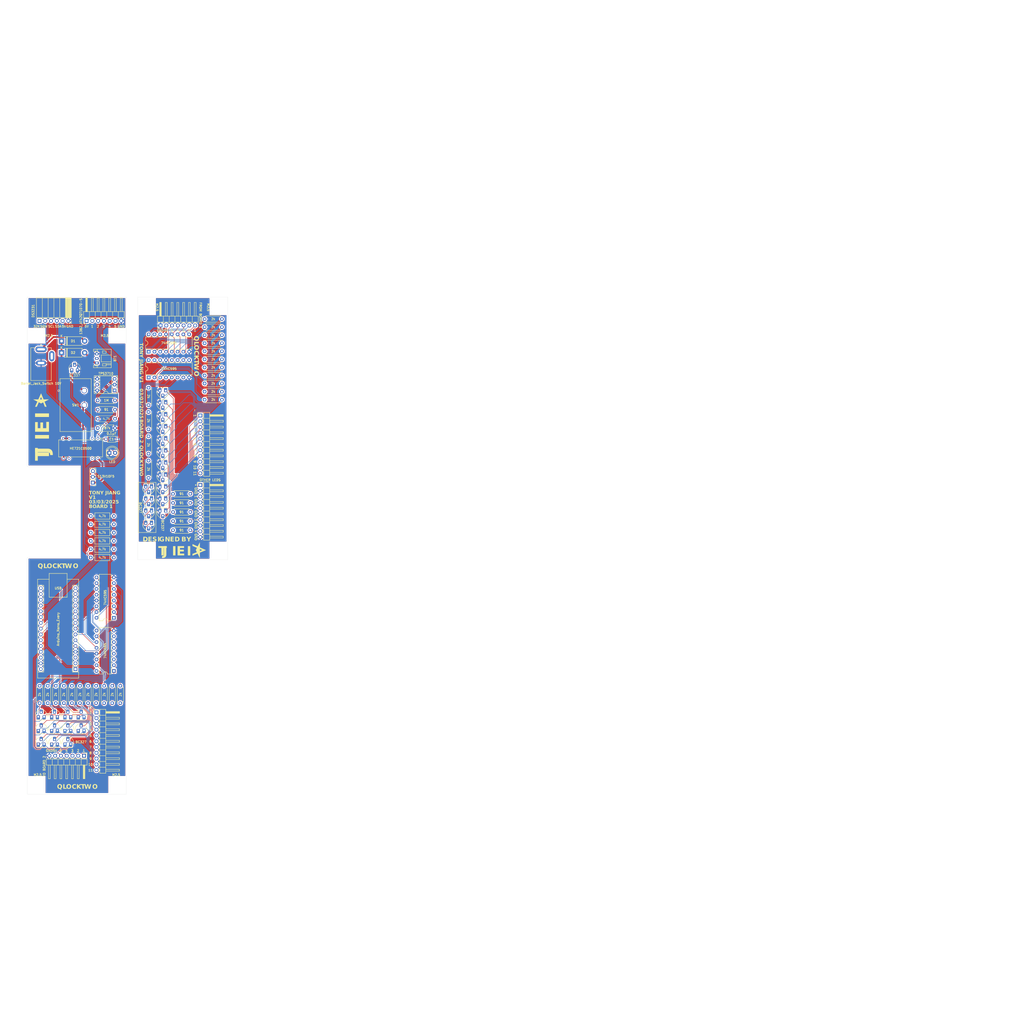
<source format=kicad_pcb>
(kicad_pcb (version 20240108) (generator "pcbnew") (generator_version "8.0")
  (title_block (title "PCB") (date "2025-02-06") (rev "v1") (company "Tony Jiang") (comment 1 "TJ131"))
  (layers (0 "F.Cu" signal) (31 "B.Cu" signal) (34 "B.Paste" user) (35 "F.Paste" user) (36 "B.SilkS" user "B.Silkscreen") (37 "F.SilkS" user "F.Silkscreen") (38 "B.Mask" user) (39 "F.Mask" user) (44 "Edge.Cuts" user))
  (net 0 "")
  (net 1 "Net-(A1-A0)")
  (net 2 "Net-(A1-D3)")
  (net 7 "GND")
  (net 8 "Net-(A1-SDA{slash}A4)")
  (net 11 "Net-(A1-D7)")
  (net 13 "Net-(A1-D8)")
  (net 14 "Net-(A1-D5)")
  (net 15 "Net-(A1-D9)")
  (net 18 "Net-(A1-A2)")
  (net 19 "Net-(A1-D6)")
  (net 20 "Net-(A1-A3)")
  (net 23 "Net-(A1-D2)")
  (net 24 "Net-(A1-A1)")
  (net 25 "+5V")
  (net 26 "Net-(A1-SCL{slash}A5)")
  (net 29 "Net-(A1-D4)")
  (net 30 "Net-(BT1-+)")
  (net 31 "Net-(SW1-B)")
  (net 32 "Net-(D1-A)")
  (net 33 "Net-(D3-A)")
  (net 34 "Net-(D4-A)")
  (net 35 "Net-(D5-A)")
  (net 36 "Net-(D8-A)")
  (net 37 "/LED Matrix/5V1")
  (net 38 "/LED Matrix/GND1")
  (net 39 "/LED Matrix/5V2")
  (net 40 "/LED Matrix/5V3")
  (net 41 "/LED Matrix/5V4")
  (net 42 "/LED Matrix/5V5")
  (net 43 "/LED Matrix/5V6")
  (net 44 "/LED Matrix/5V7")
  (net 45 "/LED Matrix/5V8")
  (net 46 "/LED Matrix/5V9")
  (net 47 "/LED Matrix/5V10")
  (net 48 "/LED Matrix/5V11")
  (net 49 "/LED Matrix/GND2")
  (net 50 "/LED Matrix/GND3")
  (net 51 "/LED Matrix/GND4")
  (net 52 "/LED Matrix/GND5")
  (net 53 "/LED Matrix/GND6")
  (net 54 "/LED Matrix/GND7")
  (net 55 "/LED Matrix/GND8")
  (net 56 "/LED Matrix/GND9")
  (net 57 "/LED Matrix/GND10")
  (net 58 "/LED Matrix/GND11")
  (net 59 "Net-(Q1-B)")
  (net 60 "Net-(Q2-B)")
  (net 61 "Net-(Q3-B)")
  (net 62 "Net-(Q4-B)")
  (net 63 "Net-(Q5-B)")
  (net 64 "Net-(Q6-B)")
  (net 65 "Net-(Q7-B)")
  (net 66 "Net-(Q8-B)")
  (net 67 "Net-(Q9-B)")
  (net 68 "Net-(Q10-B)")
  (net 69 "Net-(Q11-B)")
  (net 70 "Net-(Q12-B)")
  (net 71 "Net-(Q13-B)")
  (net 72 "Net-(Q14-B)")
  (net 73 "Net-(Q15-B)")
  (net 74 "Net-(Q16-B)")
  (net 75 "Net-(Q17-B)")
  (net 76 "Net-(Q18-B)")
  (net 77 "Net-(Q19-B)")
  (net 78 "Net-(Q20-B)")
  (net 79 "Net-(Q21-B)")
  (net 80 "Net-(Q21-C)")
  (net 81 "Net-(Q22-B)")
  (net 82 "Net-(Q23-C)")
  (net 83 "Net-(Q23-B)")
  (net 84 "Net-(Q24-B)")
  (net 85 "Net-(Q25-B)")
  (net 86 "Net-(Q26-B)")
  (net 87 "Net-(U2-QA)")
  (net 88 "Net-(U2-QB)")
  (net 89 "Net-(U2-QC)")
  (net 90 "Net-(D6-A)")
  (net 91 "Net-(U1-QA)")
  (net 92 "Net-(U1-QB)")
  (net 93 "Net-(U1-QC)")
  (net 94 "Net-(U1-QD)")
  (net 95 "Net-(U1-QE)")
  (net 96 "Net-(U1-QF)")
  (net 97 "Net-(U1-QG)")
  (net 98 "Net-(U1-QH)")
  (net 99 "Net-(U1-QH')")
  (net 106 "Net-(D1-K)")
  (net 107 "Net-(D7-A)")
  (net 109 "Net-(Q17-C)")
  (net 110 "Net-(Q19-C)")
  (net 111 "Net-(U6-QA)")
  (net 112 "Net-(U6-QB)")
  (net 113 "Net-(U6-QC)")
  (net 114 "Net-(U8-SENSE)")
  (net 115 "Net-(U6-QD)")
  (net 116 "Net-(R34-Pad1)")
  (net 117 "Net-(U6-QE)")
  (net 118 "Net-(U6-QF)")
  (net 119 "Net-(U6-QG)")
  (net 120 "Net-(U6-QH)")
  (net 121 "Net-(U9-QA)")
  (net 122 "Net-(U9-QB)")
  (net 123 "Net-(U9-QD)")
  (net 124 "Net-(U9-QE)")
  (net 125 "Net-(U9-QC)")
  (net 126 "Net-(U9-QF)")
  (net 127 "Net-(U9-QG)")
  (net 131 "Net-(U5-VIN)")
  (net 132 "Net-(U6-QH')")
  (net 133 "Net-(Q27-C)")
  (net 138 "Net-(Q27-B)")
  (net 139 "Net-(R35-Pad1)")
  (footprint "Capacitor_THT:C_K104K10X7RF5UH5_VIS" (layer "F.Cu") (at 72 222)
    (property "Reference" "C1")
    (property "Value" "0.1µF")
  )
  (footprint "Diode_THT:D_DO-15_P10.16mm_Horizontal" (layer "F.Cu") (at 52.5 184)
    (property "Reference" "D2")
    (property "Value" "D" (hide yes))
  )
  (footprint "Diode_THT:D_DO-15_P10.16mm_Horizontal" (layer "F.Cu") (at 52.5 178.85)
    (property "Reference" "D1")
    (property "Value" "D" (hide yes))
  )
  (footprint "Connector_JST:JST_PH_S3B-PH-K_1x03_P2.00mm_Horizontal" (layer "F.Cu") (at 68 188.5 90)
    (property "Reference" "BT1")
    (property "Value" "6V" (hide yes))
  )
  (footprint "Resistor_THT:R_Axial_DIN0207_L6.3mm_D2.5mm_P7.62mm_Horizontal" (layer "F.Cu") (at 109.12 262 180)
    (property "Reference" "R47" (hide yes))
    (property "Value" "91")
  )
  (footprint "MountingHole:MountingHole_2.7mm_M2.5" (layer "F.Cu") (at 76.5 373.5)
    (property "Reference" "M2.5")
    (property "Value" "MountingHole_2.7mm_M2.5" (hide yes))
  )
  (footprint "Package_TO_SOT_THT:TO-92_Inline_Medium" (layer "F.Cu") (at 97 212.254492 180)
    (property "Reference" "Q14" (hide yes))
    (property "Value" "BC337" (hide yes))
  )
  (footprint "Package_TO_SOT_THT:TO-92_Inline_Medium" (layer "F.Cu") (at 97 201.672656 180)
    (property "Reference" "Q12" (hide yes))
    (property "Value" "BC337" (hide yes))
  )
  (footprint "Resistor_THT:R_Axial_DIN0207_L6.3mm_D2.5mm_P7.62mm_Horizontal" (layer "F.Cu") (at 90.73 228.333332 90)
    (property "Reference" "R49" (hide yes))
    (property "Value" "2k")
  )
  (footprint "Package_TO_SOT_THT:TO-92_Inline_Medium" (layer "F.Cu") (at 58.23 190.5)
    (property "Reference" "Q27" (hide yes))
    (property "Value" "BC337")
  )
  (footprint "Resistor_THT:R_Axial_DIN0207_L6.3mm_D2.5mm_P7.62mm_Horizontal" (layer "F.Cu") (at 109.12 250 180)
    (property "Reference" "R42" (hide yes))
    (property "Value" "91")
  )
  (footprint "Resistor_THT:R_Axial_DIN0207_L6.3mm_D2.5mm_P7.62mm_Horizontal" (layer "F.Cu") (at 115.38 197.5)
    (property "Reference" "R43" (hide yes))
    (property "Value" "2k")
  )
  (footprint "Resistor_THT:R_Axial_DIN0207_L6.3mm_D2.5mm_P7.62mm_Horizontal" (layer "F.Cu") (at 42.85 330.38 -90)
    (property "Reference" "R1" (hide yes))
    (property "Value" "2k")
  )
  (footprint "Package_DIP:DIP-16_W7.62mm" (layer "F.Cu") (at 90.8 183.532757 90)
    (property "Reference" "U6" (hide yes))
    (property "Value" "74HC595")
  )
  (footprint "Resistor_THT:R_Axial_DIN0207_L6.3mm_D2.5mm_P7.62mm_Horizontal" (layer "F.Cu") (at 68.38 213)
    (property "Reference" "R35" (hide yes))
    (property "Value" "4.7k")
  )
  (footprint "Package_TO_SOT_THT:TO-92_Inline_Medium" (layer "F.Cu") (at 90.77 254.581836 180)
    (property "Reference" "Q21" (hide yes))
    (property "Value" "BC327" (hide yes))
  )
  (footprint "Resistor_THT:R_Axial_DIN0207_L6.3mm_D2.5mm_P10.16mm_Horizontal" (layer "F.Cu") (at 75.5 274 180)
    (property "Reference" "R17" (hide yes))
    (property "Value" "4.7k")
  )
  (footprint "Package_TO_SOT_THT:TO-92_Inline_Medium" (layer "F.Cu") (at 90.77 260 180)
    (property "Reference" "Q23" (hide yes))
    (property "Value" "BC327" (hide yes))
  )
  (footprint "Resistor_THT:R_Axial_DIN0207_L6.3mm_D2.5mm_P7.62mm_Horizontal" (layer "F.Cu") (at 76 209 180)
    (property "Reference" "R34" (hide yes))
    (property "Value" "91")
  )
  (footprint "Package_TO_SOT_THT:TO-92_Inline_Medium" (layer "F.Cu") (at 61.123334 343)
    (property "Reference" "Q4" (hide yes))
    (property "Value" "BC327" (hide yes))
  )
  (footprint "Module:Arduino_Nano" (layer "F.Cu") (at 58.61 323.05 180)
    (property "Reference" "A1" (hide yes))
    (property "Value" "Arduino_Nano_Every")
  )
  (footprint "Package_TO_SOT_THT:TO-92_Inline_Medium" (layer "F.Cu") (at 97 217.54541 180)
    (property "Reference" "Q15" (hide yes))
    (property "Value" "BC337" (hide yes))
  )
  (footprint "Package_TO_SOT_THT:TO-92_Inline_Medium" (layer "F.Cu") (at 97 233.418164 180)
    (property "Reference" "Q20" (hide yes))
    (property "Value" "BC337" (hide yes))
  )
  (footprint "LED_THT:LED_D5.0mm" (layer "F.Cu") (at 73.5 228)
    (property "Reference" "D3" (hide yes))
    (property "Value" "LED")
  )
  (footprint "Resistor_THT:R_Axial_DIN0207_L6.3mm_D2.5mm_P7.62mm_Horizontal" (layer "F.Cu") (at 90.73 239 90)
    (property "Reference" "R48" (hide yes))
    (property "Value" "2k")
  )
  (footprint "Package_TO_SOT_THT:TO-92_Inline_Medium" (layer "F.Cu") (at 97 238.709082 180)
    (property "Reference" "Q22" (hide yes))
    (property "Value" "BC337" (hide yes))
  )
  (footprint "Resistor_THT:R_Axial_DIN0207_L6.3mm_D2.5mm_P7.62mm_Horizontal" (layer "F.Cu") (at 90.73 207 90)
    (property "Reference" "R52" (hide yes))
    (property "Value" "2k")
  )
  (footprint "Connector_PinHeader_2.54mm:PinHeader_1x07_P2.54mm_Horizontal" (layer "F.Cu") (at 96 172 90)
    (property "Reference" "REF**" (hide yes))
    (property "Value" "PinHeader_1x07_P2.54mm_Horizontal" (hide yes))
  )
  (footprint "Package_TO_SOT_THT:TO-92_Inline_Medium" (layer "F.Cu") (at 97 228.127246 180)
    (property "Reference" "Q18" (hide yes))
    (property "Value" "BC337" (hide yes))
  )
  (footprint "Resistor_THT:R_Axial_DIN0207_L6.3mm_D2.5mm_P7.62mm_Horizontal" (layer "F.Cu") (at 109.12 254 180)
    (property "Reference" "R44" (hide yes))
    (property "Value" "91")
  )
  (footprint "Package_TO_SOT_THT:TO-92_Inline_Medium" (layer "F.Cu") (at 43.563334 343)
    (property "Reference" "Q1" (hide yes))
    (property "Value" "BC327" (hide yes))
  )
  (footprint "Resistor_THT:R_Axial_DIN0207_L6.3mm_D2.5mm_P7.62mm_Horizontal" (layer "F.Cu") (at 115.38 169.18486)
    (property "Reference" "R29" (hide yes))
    (property "Value" "2k")
  )
  (footprint "Resistor_THT:R_Axial_DIN0207_L6.3mm_D2.5mm_P7.62mm_Horizontal" (layer "F.Cu") (at 115.38 176.2749)
    (property "Reference" "R31" (hide yes))
    (property "Value" "2k")
  )
  (footprint "MountingHole:MountingHole_2.7mm_M2.5" (layer "F.Cu") (at 42 373.5)
    (property "Reference" "M2.5")
    (property "Value" "MountingHole_2.7mm_M2.5" (hide yes))
  )
  (footprint "Package_TO_SOT_THT:TO-92_Inline_Medium" (layer "F.Cu") (at 43.563334 355)
    (property "Reference" "Q9" (hide yes))
    (property "Value" "BC327" (hide yes))
  )
  (footprint "MountingHole:MountingHole_2.7mm_M2.5" (layer "F.Cu") (at 90.5 270.5 -90)
    (property "Reference" "M2.5" (hide yes))
    (property "Value" "MountingHole_2.7mm_M2.5" (hide yes))
  )
  (footprint "MountingHole:MountingHole_2.7mm_M2.5" (layer "F.Cu") (at 121 270.5 -90)
    (property "Reference" "M2.5" (hide yes))
    (property "Value" "MountingHole_2.7mm_M2.5" (hide yes))
  )
  (footprint "Resistor_THT:R_Axial_DIN0207_L6.3mm_D2.5mm_P7.62mm_Horizontal" (layer "F.Cu") (at 57.05 330.38 -90)
    (property "Reference" "R5" (hide yes))
    (property "Value" "2k")
  )
  (footprint "Package_TO_SOT_THT:TO-92_Inline_Medium" (layer "F.Cu") (at 55.27 343)
    (property "Reference" "Q3" (hide yes))
    (property "Value" "BC327" (hide yes))
  )
  (footprint "Connector_PinHeader_2.54mm:PinHeader_1x03_P2.54mm_Vertical" (layer "F.Cu") (at 66.25 241.08 180)
    (property "Reference" "U5" (hide yes))
    (property "Value" "S13V10F5")
  )
  (footprint "Connector_PinHeader_2.54mm:PinHeader_1x11_P2.54mm_Horizontal" (layer "F.Cu") (at 113.5 211.572757)
    (property "Reference" "J2" (hide yes))
    (property "Value" "Screw_Terminal_01x11" (hide yes))
  )
  (footprint "Package_TO_SOT_THT:TO-92_Inline_Medium" (layer "F.Cu") (at 97 244 180)
    (property "Reference" "Q24" (hide yes))
    (property "Value" "BC337" (hide yes))
  )
  (footprint "Package_DIP:DIP-16_W7.62mm" (layer "F.Cu") (at 75.5 300.5 180)
    (property "Reference" "U1" (hide yes))
    (property "Value" "74HC595")
  )
  (footprint "Package_TO_SOT_THT:TO-92_Inline_Medium" (layer "F.Cu") (at 90.77 244 180)
    (property "Reference" "Q17" (hide yes))
    (property "Value" "BC327" (hide yes))
  )
  (footprint "Resistor_THT:R_Axial_DIN0207_L6.3mm_D2.5mm_P7.62mm_Horizontal" (layer "F.Cu") (at 67.7 330.38 -90)
    (property "Reference" "R8" (hide yes))
    (property "Value" "2k")
  )
  (footprint "Connector_PinHeader_2.54mm:PinHeader_1x11_P2.54mm_Horizontal" (layer "F.Cu") (at 67.85 342.07)
    (property "Reference" "J1" (hide yes))
    (property "Value" "Screw_Terminal_01x11" (hide yes))
  )
  (footprint "Package_TO_SOT_THT:TO-92_Inline_Medium" (layer "F.Cu") (at 55.27 355)
    (property "Reference" "Q11" (hide yes))
    (property "Value" "BC327" (hide yes))
  )
  (footprint "Resistor_THT:R_Axial_DIN0207_L6.3mm_D2.5mm_P10.16mm_Horizontal" (layer "F.Cu") (at 75.5 259.4 180)
    (property "Reference" "R14" (hide yes))
    (property "Value" "4.7k")
  )
  (footprint "Package_TO_SOT_THT:TO-92_Inline_Medium" (layer "F.Cu") (at 97 206.963574 180)
    (property "Reference" "Q13" (hide yes))
    (property "Value" "BC337" (hide yes))
  )
  (footprint "Connector_BarrelJack:BarrelJack_CUI_PJ-002B_Horizontal" (layer "F.Cu") (at 43.5 182.5 -90)
    (property "Reference" "J3")
    (property "Value" "Barrel_Jack_Switch 10V")
  )
  (footprint "Resistor_THT:R_Axial_DIN0207_L6.3mm_D2.5mm_P7.62mm_Horizontal" (layer "F.Cu") (at 115.38 186.90996)
    (property "Reference" "R37" (hide yes))
    (property "Value" "2k")
  )
  (footprint "MountingHole:MountingHole_2.7mm_M2.5" (layer "F.Cu") (at 42 176.5)
    (property "Reference" "M2.5")
    (property "Value" "MountingHole_2.7mm_M2.5" (hide yes))
  )
  (footprint "Connector_PinHeader_2.54mm:PinHeader_1x07_P2.54mm_Horizontal" (layer "F.Cu") (at 63.5 170 90)
    (property "Reference" "U3" (hide yes))
    (property "Value" "1362_AT42QT1070-S")
  )
  (footprint "Resistor_THT:R_Axial_DIN0207_L6.3mm_D2.5mm_P7.62mm_Horizontal" (layer "F.Cu") (at 109.12 246 180)
    (property "Reference" "R40" (hide yes))
    (property "Value" "91")
  )
  (footprint "Relay_THT:Relay_SPDT_HE700_LTF" (layer "F.Cu") (at 68.5 221.61 -90)
    (property "Reference" "U7" (hide yes))
    (property "Value" "HE721C0500")
  )
  (footprint "Resistor_THT:R_Axial_DIN0207_L6.3mm_D2.5mm_P7.62mm_Horizontal" (layer "F.Cu") (at 68.38 217.1)
    (property "Reference" "R38" (hide yes))
    (property "Value" "187k")
  )
  (footprint "Package_TO_SOT_THT:TO-92_Inline_Medium" (layer "F.Cu") (at 97 254.581836 180)
    (property "Reference" "Q26" (hide yes))
    (property "Value" "BC337" (hide yes))
  )
  (footprint "Package_TO_SOT_THT:TO-92_Inline_Medium" (layer "F.Cu") (at 55.27 349)
    (property "Reference" "Q7" (hide yes))
    (property "Value" "BC327" (hide yes))
  )
  (footprint "MountingHole:MountingHole_2.7mm_M2.5" (layer "F.Cu") (at 76.5 176.5)
    (property "Reference" "M2.5")
    (property "Value" "MountingHole_2.7mm_M2.5" (hide yes))
  )
  (footprint "Resistor_THT:R_Axial_DIN0207_L6.3mm_D2.5mm_P7.62mm_Horizontal" (layer "F.Cu") (at 115.38 179.81992)
    (property "Reference" "R33" (hide yes))
    (property "Value" "2k")
  )
  (footprint "Package_TO_SOT_THT:TO-92_Inline_Medium" (layer "F.Cu") (at 97 249.290918 180)
    (property "Reference" "Q25" (hide yes))
    (property "Value" "BC337" (hide yes))
  )
  (footprint "Resistor_THT:R_Axial_DIN0207_L6.3mm_D2.5mm_P7.62mm_Horizontal" (layer "F.Cu") (at 49.95 330.38 -90)
    (property "Reference" "R3" (hide yes))
    (property "Value" "2k")
  )
  (footprint "Package_DIP:DIP-16_W7.62mm" (layer "F.Cu") (at 75.5 323.875 180)
    (property "Reference" "U2" (hide yes))
    (property "Value" "74HC595")
  )
  (footprint "Button_Switch_THT:SW_SPST_S101031MS02Q_CNK" (layer "F.Cu") (at 62.5 200.65 180)
    (property "Reference" "SW1")
    (property "Value" "SW_SPST" (hide yes))
  )
  (footprint "Package_TO_SOT_THT:TO-92_Inline_Medium" (layer "F.Cu") (at 90.77 249.290918 180)
    (property "Reference" "Q19" (hide yes))
    (property "Value" "BC327" (hide yes))
  )
  (footprint "Package_TO_SOT_THT:TO-92_Inline_Medium" (layer "F.Cu") (at 61.123334 349)
    (property "Reference" "Q8" (hide yes))
    (property "Value" "BC327" (hide yes))
  )
  (footprint "MountingHole:MountingHole_2.7mm_M2.5" (layer "F.Cu") (at 90.5 164 -90)
    (property "Reference" "M2.5")
    (property "Value" "MountingHole_2.7mm_M2.5" (hide yes))
  )
  (footprint "Resistor_THT:R_Axial_DIN0207_L6.3mm_D2.5mm_P7.62mm_Horizontal" (layer "F.Cu") (at 60.6 330.38 -90)
    (property "Reference" "R6" (hide yes))
    (property "Value" "2k")
  )
  (footprint "Resistor_THT:R_Axial_DIN0207_L6.3mm_D2.5mm_P7.62mm_Horizontal" (layer "F.Cu") (at 53.5 330.38 -90)
    (property "Reference" "R4" (hide yes))
    (property "Value" "2k")
  )
  (footprint "Resistor_THT:R_Axial_DIN0207_L6.3mm_D2.5mm_P7.62mm_Horizontal" (layer "F.Cu") (at 115.38 172.72988)
    (property "Reference" "R30" (hide yes))
    (property "Value" "2k")
  )
  (footprint "Resistor_THT:R_Axial_DIN0207_L6.3mm_D2.5mm_P7.62mm_Horizontal" (layer "F.Cu") (at 74.8 330.38 -90)
    (property "Reference" "R10" (hide yes))
    (property "Value" "2k")
  )
  (footprint "Connector_PinHeader_2.54mm:PinHeader_1x07_P2.54mm_Horizontal" (layer "F.Cu") (at 62.39 361.125 -90)
    (property "Reference" "REF**" (hide yes))
    (property "Value" "PinHeader_1x07_P2.54mm_Horizontal" (hide yes))
  )
  (footprint "Resistor_THT:R_Axial_DIN0207_L6.3mm_D2.5mm_P7.62mm_Horizontal" (layer "F.Cu") (at 64.15 330.38 -90)
    (property "Reference" "R7" (hide yes))
    (property "Value" "2k")
  )
  (footprint "Package_TO_SOT_THT:TO-92_Inline_Medium" (layer "F.Cu") (at 49.416667 349)
    (property "Reference" "Q6" (hide yes))
    (property "Value" "BC327" (hide yes))
  )
  (footprint "Resistor_THT:R_Axial_DIN0207_L6.3mm_D2.5mm_P7.62mm_Horizontal" (layer "F.Cu") (at 78.35 330.38 -90)
    (property "Reference" "R11" (hide yes))
    (property "Value" "2k")
  )
  (footprint "Package_TO_SOT_THT:TO-92_Inline_Medium" (layer "F.Cu") (at 49.416667 355)
    (property "Reference" "Q10" (hide yes))
    (property "Value" "BC327" (hide yes))
  )
  (footprint "Resistor_THT:R_Axial_DIN0207_L6.3mm_D2.5mm_P7.62mm_Horizontal" (layer "F.Cu") (at 71.25 330.38 -90)
    (property "Reference" "R9" (hide yes))
    (property "Value" "2k")
  )
  (footprint "Resistor_THT:R_Axial_DIN0207_L6.3mm_D2.5mm_P7.62mm_Horizontal" (layer "F.Cu") (at 109.12 258 180)
    (property "Reference" "R45" (hide yes))
    (property "Value" "91")
  )
  (footprint "Resistor_THT:R_Axial_DIN0207_L6.3mm_D2.5mm_P7.62mm_Horizontal" (layer "F.Cu") (at 115.38 194)
    (property "Reference" "R41" (hide yes))
    (property "Value" "2k")
  )
  (footprint "Package_TO_SOT_THT:TO-92_Inline_Medium" (layer "F.Cu") (at 49.416667 343)
    (property "Reference" "Q2" (hide yes))
    (property "Value" "BC327" (hide yes))
  )
  (footprint "MountingHole:MountingHole_2.7mm_M2.5" (layer "F.Cu") (at 121 164 -90)
    (property "Reference" "M2.5")
    (property "Value" "MountingHole_2.7mm_M2.5" (hide yes))
  )
  (footprint "Resistor_THT:R_Axial_DIN0207_L6.3mm_D2.5mm_P10.16mm_Horizontal" (layer "F.Cu") (at 75.5 266.7 180)
    (property "Reference" "R12" (hide yes))
    (property "Value" "4.7k")
  )
  (footprint "Resistor_THT:R_Axial_DIN0207_L6.3mm_D2.5mm_P7.62mm_Horizontal" (layer "F.Cu") (at 90.73 217.666666 90)
    (property "Reference" "R51" (hide yes))
    (property "Value" "2k")
  )
  (footprint "Package_TO_SOT_THT:TO-92_Inline_Medium" (layer "F.Cu") (at 97 222.836328 180)
    (property "Reference" "Q16" (hide yes))
    (property "Value" "BC337" (hide yes))
  )
  (footprint "Resistor_THT:R_Axial_DIN0207_L6.3mm_D2.5mm_P7.62mm_Horizontal" (layer "F.Cu") (at 46.4 330.38 -90)
    (property "Reference" "R2" (hide yes))
    (property "Value" "2k")
  )
  (footprint "Resistor_THT:R_Axial_DIN0207_L6.3mm_D2.5mm_P7.62mm_Horizontal" (layer "F.Cu") (at 115.38 190.45498)
    (property "Reference" "R39" (hide yes))
    (property "Value" "2k")
  )
  (footprint "Resistor_THT:R_Axial_DIN0207_L6.3mm_D2.5mm_P7.62mm_Horizontal" (layer "F.Cu") (at 115.38 201.09004)
    (property "Reference" "R46" (hide yes))
    (property "Value" "2k")
  )
  (footprint "Resistor_THT:R_Axial_DIN0207_L6.3mm_D2.5mm_P7.62mm_Horizontal" (layer "F.Cu") (at 115.38 183.36494)
    (property "Reference" "R36" (hide yes))
    (property "Value" "2k")
  )
  (footprint "Resistor_THT:R_Axial_DIN0207_L6.3mm_D2.5mm_P10.16mm_Horizontal" (layer "F.Cu") (at 75.5 270.35 180)
    (property "Reference" "R16" (hide yes))
    (property "Value" "4.7k")
  )
  (footprint "Package_TO_SOT_THT:TO-92_Inline_Medium" (layer "F.Cu") (at 43.563334 349)
    (property "Reference" "Q5" (hide yes))
    (property "Value" "BC327" (hide yes))
  )
  (footprint "Resistor_THT:R_Axial_DIN0207_L6.3mm_D2.5mm_P7.62mm_Horizontal" (layer "F.Cu") (at 115.38 204.63506)
    (property "Reference" "R50" (hide yes))
    (property "Value" "2k")
  )
  (footprint "Package_DIP:DIP-16_W7.62mm" (layer "F.Cu") (at 90.8 194.852757 90)
    (property "Reference" "U9" (hide yes))
    (property "Value" "74HC595")
  )
  (footprint "Resistor_THT:R_Axial_DIN0207_L6.3mm_D2.5mm_P7.62mm_Horizontal" (layer "F.Cu") (at 76 204.95 180)
    (property "Reference" "R32" (hide yes))
    (property "Value" "1M")
  )
  (footprint "Resistor_THT:R_Axial_DIN0207_L6.3mm_D2.5mm_P10.16mm_Horizontal" (layer "F.Cu") (at 75.5 263.05 180)
    (property "Reference" "R13" (hide yes))
    (property "Value" "4.7k")
  )
  (footprint "Connector_PinSocket_2.54mm:PinSocket_1x06_P2.54mm_Horizontal" (layer "F.Cu") (at 55.5 170 -90)
    (property "Reference" "U4" (hide yes))
    (property "Value" "DS3231")
  )
  (footprint "Resistor_THT:R_Axial_DIN0207_L6.3mm_D2.5mm_P10.16mm_Horizontal" (layer "F.Cu") (at 75.5 255.75 180)
    (property "Reference" "R15" (hide yes))
    (property "Value" "4.7k")
  )
  (footprint "Connector_PinHeader_2.54mm:PinHeader_1x10_P2.54mm_Horizontal" (layer "F.Cu") (at 113.5 242.152757)
    (property "Reference" "J4" (hide yes))
    (property "Value" "Screw_Terminal_01x10" (hide yes))
  )
  (footprint "Package_DIP:DIP-6_W7.62mm_Socket" (layer "F.Cu") (at 75.8 200.55 180)
    (property "Reference" "U8" (hide yes))
    (property "Value" "TPS3710")
  )
  (gr_poly (pts (xy 43.5 206.297546) (xy 40 204.5) (xy 47 204.5)) (fill solid) (layer "F.SilkS"))
  (gr_line (start 86.3 263) (end 86.3 241) (stroke (width 0.2)) (layer "F.SilkS"))
  (gr_poly (pts (xy 41.65 207.745091) (xy 43.5 203.45) (xy 45.15 207.745091) (xy 45.95 207.745091) (xy 43.5 201.8) (xy 40.85 207.745091)) (fill solid) (layer "F.SilkS"))
  (gr_poly (pts (xy 110.052455 268.9) (xy 114.347546 270.75) (xy 110.052455 272.4) (xy 110.052455 273.2) (xy 115.997546 270.75) (xy 110.052455 268.1)) (fill solid) (layer "F.SilkS"))
  (gr_line (start 94 241) (end 94 263) (stroke (width 0.2)) (layer "F.SilkS"))
  (gr_line (start 94 263) (end 86.3 263) (stroke (width 0.2)) (layer "F.SilkS"))
  (gr_poly (pts (xy 111.5 270.75) (xy 113.297546 267.25) (xy 113.297546 274.25)) (fill solid) (layer "F.SilkS"))
  (gr_line (start 86.3 241) (end 94 241) (stroke (width 0.2)) (layer "F.SilkS"))
  (gr_line (start 37.5 274) (end 60.5 274) (stroke (width 0.05)) (layer "Edge.Cuts"))
  (gr_line (start 37.5 378) (end 37.5 274) (stroke (width 0.05)) (layer "Edge.Cuts"))
  (gr_line (start 86 275) (end 125.5 275) (stroke (width 0.05)) (layer "Edge.Cuts"))
  (gr_line (start 125.5 275) (end 125.5 159.5) (stroke (width 0.05)) (layer "Edge.Cuts"))
  (gr_line (start 81 378) (end 37.5 378) (stroke (width 0.05)) (layer "Edge.Cuts"))
  (gr_line (start 37.5 159.5) (end 81 159.5) (stroke (width 0.05)) (layer "Edge.Cuts"))
  (gr_line (start 81 159.5) (end 81 378) (stroke (width 0.05)) (layer "Edge.Cuts"))
  (gr_line (start 37.5 234) (end 37.5 159.5) (stroke (width 0.05)) (layer "Edge.Cuts"))
  (gr_line (start 86 159.5) (end 125.5 159.5) (stroke (width 0.05)) (layer "Edge.Cuts"))
  (gr_line (start 60.5 234) (end 37.5 234) (stroke (width 0.05)) (layer "Edge.Cuts"))
  (gr_line (start 86 159.5) (end 86 275) (stroke (width 0.05)) (layer "Edge.Cuts"))
  (gr_line (start 60.5 234) (end 60.5 274) (stroke (width 0.05)) (layer "Edge.Cuts"))
  (gr_text "2" (at 108.023809 174.8 0) (layer "F.SilkS") (effects (font (size 1 1) (thickness 0.2) (bold yes)) (justify left bottom)))
  (gr_text "W" (at 62.5 376 0) (layer "F.SilkS") (effects (font (size 2 2) (thickness 0.2) (bold yes)) (justify left bottom)))
  (gr_text "V1" (at 86.612757 194.183033 -90) (layer "F.SilkS") (effects (font (size 1.5 1.5) (thickness 0.2) (bold yes)) (justify left bottom)))
  (gr_text "-\n" (at 110.5 208.5 -90) (layer "F.SilkS") (effects (font (size 1 1) (thickness 0.2) (bold yes)) (justify left bottom)))
  (gr_text "GND" (at 77.016191 173 0) (layer "F.SilkS") (effects (font (size 1 1) (thickness 0.2) (bold yes)) (justify left bottom)))
  (gr_text "Q" (at 42 279 0) (layer "F.SilkS") (effects (font (size 2 2) (thickness 0.2) (bold yes)) (justify left bottom)))
  (gr_text "BOARD 2" (at 86.612757 213.233347 -90) (layer "F.SilkS") (effects (font (size 1.5 1.5) (thickness 0.2) (bold yes)) (justify left bottom)))
  (gr_text "5V" (at 62.5 173 0) (layer "F.SilkS") (effects (font (size 1 1) (thickness 0.2) (bold yes)) (justify left bottom)))
  (gr_text "3" (at 70.44381 173 0) (layer "F.SilkS") (effects (font (size 1 1) (thickness 0.2) (bold yes)) (justify left bottom)))
  (gr_text "GND" (at 110.919634 258.24 -90) (layer "F.SilkS") (effects (font (size 1 1) (thickness 0.2) (bold yes)) (justify left bottom)))
  (gr_text "FROM BOARD 1" (at 113 161.710714 -90) (layer "F.SilkS") (effects (font (size 1 1) (thickness 0.2) (bold yes)) (justify left bottom)))
  (gr_text "TONY JIANG" (at 86.612757 179.672391 -90) (layer "F.SilkS") (effects (font (size 1.5 1.5) (thickness 0.2) (bold yes)) (justify left bottom)))
  (gr_text "4" (at 73 173 0) (layer "F.SilkS") (effects (font (size 1 1) (thickness 0.2) (bold yes)) (justify left bottom)))
  (gr_text "1" (at 61.71381 359.5 0) (layer "F.SilkS") (effects (font (size 1 1) (thickness 0.2) (bold yes)) (justify left bottom)))
  (gr_text "10" (at 64.142857 365.594 0) (layer "F.SilkS") (effects (font (size 1 1) (thickness 0.2) (bold yes)) (justify left bottom)))
  (gr_text "T" (at 61 376 0) (layer "F.SilkS") (effects (font (size 2 2) (thickness 0.2) (bold yes)) (justify left bottom)))
  (gr_text "03/03/2025" (at 86.612757 199.739732 -90) (layer "F.SilkS") (effects (font (size 1.5 1.5) (thickness 0.2) (bold yes)) (justify left bottom)))
  (gr_text "BOARD 1" (at 64.5 252.5 0) (layer "F.SilkS") (effects (font (size 1.5 1.5) (thickness 0.2) (bold yes)) (justify left bottom)))
  (gr_text "+" (at 64.5 340.5 0) (layer "F.SilkS") (effects (font (size 1 1) (thickness 0.2) (bold yes)) (justify left bottom)))
  (gr_text "GND" (at 110.919634 253.16 -90) (layer "F.SilkS") (effects (font (size 1 1) (thickness 0.2) (bold yes)) (justify left bottom)))
  (gr_text "GND" (at 110.919634 243 -90) (layer "F.SilkS") (effects (font (size 1 1) (thickness 0.2) (bold yes)) (justify left bottom)))
  (gr_text "BC327" (at 86.6 249.5 -90) (layer "F.SilkS") (effects (font (size 1 1) (thickness 0.2) (bold yes)) (justify left bottom)))
  (gr_text "Q" (at 50.5 376 0) (layer "F.SilkS") (effects (font (size 2 2) (thickness 0.2) (bold yes)) (justify left bottom)))
  (gr_text "5" (at 110.5 221.10828 -90) (layer "F.SilkS") (effects (font (size 1 1) (thickness 0.2) (bold yes)) (justify left bottom)))
  (gr_text "7" (at 110.5 226.16242 -90) (layer "F.SilkS") (effects (font (size 1 1) (thickness 0.2) (bold yes)) (justify left bottom)))
  (gr_text "11" (at 64.142857 368.134 0) (layer "F.SilkS") (effects (font (size 1 1) (thickness 0.2) (bold yes)) (justify left bottom)))
  (gr_text "W" (at 54 279 0) (layer "F.SilkS") (effects (font (size 2 2) (thickness 0.2) (bold yes)) (justify left bottom)))
  (gr_text "9" (at 110.5 231.216567 -90) (layer "F.SilkS") (effects (font (size 1 1) (thickness 0.2) (bold yes)) (justify left bottom)))
  (gr_text "D" (at 102.169634 267.25 0) (layer "F.SilkS") (effects (font (size 2 2) (thickness 0.2) (bold yes)) (justify left bottom)))
  (gr_text "L" (at 44.5 279 0) (layer "F.SilkS") (effects (font (size 2 2) (thickness 0.2) (bold yes)) (justify left bottom)))
  (gr_text "2" (at 67.90381 173 0) (layer "F.SilkS") (effects (font (size 1 1) (thickness 0.2) (bold yes)) (justify left bottom)))
  (gr_text "3" (at 56.63381 359.5 0) (layer "F.SilkS") (effects (font (size 1 1) (thickness 0.2) (bold yes)) (justify left bottom)))
  (gr_text "I" (at 48 213 90) (layer "F.SilkS") (effects (font (size 6 6) (thickness 0.2) (bold yes)) (justify left bottom)))
  (gr_text "03/03/2025" (at 64.5 250.5 0) (layer "F.SilkS") (effects (font (size 1.5 1.5) (thickness 0.2) (bold yes)) (justify left bottom)))
  (gr_text "TO BOARD 2" (at 45.5 370.5 90) (layer "F.SilkS") (effects (font (size 1 1) (thickness 0.2) (bold yes)) (justify left bottom)))
  (gr_text "GND" (at 54.5 173 0) (layer "F.SilkS") (effects (font (size 1 1) (thickness 0.2) (bold yes)) (justify left bottom)))
  (gr_text "5" (at 75.5 173 0) (layer "F.SilkS") (effects (font (size 1 1) (thickness 0.2) (bold yes)) (justify left bottom)))
  (gr_text "8" (at 110.5 228.68949 -90) (layer "F.SilkS") (effects (font (size 1 1) (thickness 0.2) (bold yes)) (justify left bottom)))
  (gr_text "W" (at 110.5 188.5 -90) (layer "F.SilkS") (effects (font (size 2 2) (thickness 0.2) (bold yes)) (justify left bottom)))
  (gr_text "I" (at 48 222.5 90) (layer "F.SilkS") (effects (font (size 6 6) (thickness 0.2) (bold yes)) (justify left bottom)))
  (gr_text "SCL" (at 46.5 173 0) (layer "F.SilkS") (effects (font (size 1 1) (thickness 0.2) (bold yes)) (justify left bottom)))
  (gr_text "J" (at 97 273.75 0) (layer "F.SilkS") (effects (font (size 4 4) (thickness 0.2) (bold yes)) (justify left bottom)))
  (gr_text "GND" (at 45.501191 359.5 0) (layer "F.SilkS") (effects (font (size 1 1) (thickness 0.2) (bold yes)) (justify left bottom)))
  (gr_text "1" (at 110.5 211 -90) (layer "F.SilkS") (effects (font (size 1 1) (thickness 0.2) (bold yes)) (justify left bottom)))
  (gr_text "32K" (at 40 173 0) (layer "F.SilkS") (effects (font (size 1 1) (thickness 0.2) (bold yes)) (justify left bottom)))
  (gr_text "C" (at 48.5 279 0) (layer "F.SilkS") (effects (font (size 2 2) (thickness 0.2) (bold yes)) (justify left bottom)))
  (gr_text "V1" (at 64.5 248.5 0) (layer "F.SilkS") (effects (font (size 1.5 1.5) (thickness 0.2) (bold yes)) (justify left bottom)))
  (gr_text "5" (at 64.642857 352.894 0) (layer "F.SilkS") (effects (font (size 1 1) (thickness 0.2) (bold yes)) (justify left bottom)))
  (gr_text "K" (at 50.5 279 0) (layer "F.SilkS") (effects (font (size 2 2) (thickness 0.2) (bold yes)) (justify left bottom)))
  (gr_text "TONY JIANG" (at 64.5 246.5 0) (layer "F.SilkS") (effects (font (size 1.5 1.5) (thickness 0.2) (bold yes)) (justify left bottom)))
  (gr_text "E" (at 48 219.5 90) (layer "F.SilkS") (effects (font (size 6 6) (thickness 0.2) (bold yes)) (justify left bottom)))
  (gr_text "O" (at 66 376 0) (layer "F.SilkS") (effects (font (size 2 2) (thickness 0.2) (bold yes)) (justify left bottom)))
  (gr_text "B" (at 105.169634 267.25 0) (layer "F.SilkS") (effects (font (size 2 2) (thickness 0.2) (bold yes)) (justify left bottom)))
  (gr_text "5" (at 51.55381 359.5 0) (layer "F.SilkS") (effects (font (size 1 1) (thickness 0.2) (bold yes)) (justify left bottom)))
  (gr_text "J" (at 48 228.5 90) (layer "F.SilkS") (effects (font (size 6 6) (thickness 0.2) (bold yes)) (justify left bottom)))
  (gr_text "I" (at 107.5 273.75 0) (layer "F.SilkS") (effects (font (size 4 4) (thickness 0.2) (bold yes)) (justify left bottom)))
  (gr_text "GND" (at 94.27619 174.8 0) (layer "F.SilkS") (effects (font (size 1 1) (thickness 0.2) (bold yes)) (justify left bottom)))
  (gr_text "1" (at 64.642857 342.734 0) (layer "F.SilkS") (effects (font (size 1 1) (thickness 0.2) (bold yes)) (justify left bottom)))
  (gr_text "O" (at 110.5 180.5 -90) (layer "F.SilkS") (effects (font (size 2 2) (thickness 0.2) (bold yes)) (justify left bottom)))
  (gr_text "GND" (at 110.919634 263.32 -90) (layer "F.SilkS") (effects (font (size 1 1) (thickness 0.2) (bold yes)) (justify left bottom)))
  (gr_text "6" (at 110.5 223.63535 -90) (layer "F.SilkS") (effects (font (size 1 1) (thickness 0.2) (bold yes)) (justify left bottom)))
  (gr_text "C" (at 110.5 183 -90) (layer "F.SilkS") (effects (font (size 2 2) (thickness 0.2) (bold yes)) (justify left bottom)))
  (gr_text "I" (at 101 273.75 0) (layer "F.SilkS") (effects (font (size 4 4) (thickness 0.2) (bold yes)) (justify left bottom)))
  (gr_text "3" (at 64.642857 347.814 0) (layer "F.SilkS") (effects (font (size 1 1) (thickness 0.2) (bold yes)) (justify left bottom)))
  (gr_text "O" (at 46 279 0) (layer "F.SilkS") (effects (font (size 2 2) (thickness 0.2) (bold yes)) (justify left bottom)))
  (gr_text "3" (at 110.919634 256.747619 -90) (layer "F.SilkS") (effects (font (size 1 1) (thickness 0.2) (bold yes)) (justify left bottom)))
  (gr_text "I" (at 94.669634 267.25 0) (layer "F.SilkS") (effects (font (size 2 2) (thickness 0.2) (bold yes)) (justify left bottom)))
  (gr_text "7" (at 64.642857 357.974 0) (layer "F.SilkS") (effects (font (size 1 1) (thickness 0.2) (bold yes)) (justify left bottom)))
  (gr_text "S" (at 92.419634 267.25 0) (layer "F.SilkS") (effects (font (size 2 2) (thickness 0.2) (bold yes)) (justify left bottom)))
  (gr_text "G" (at 95.419634 267.25 0) (layer "F.SilkS") (effects (font (size 2 2) (thickness 0.2) (bold yes)) (justify left bottom)))
  (gr_text "O" (at 54.5 376 0) (layer "F.SilkS") (effects (font (size 2 2) (thickness 0.2) (bold yes)) (justify left bottom)))
  (gr_text "1" (at 110.919634 246.587619 -90) (layer "F.SilkS") (effects (font (size 1 1) (thickness 0.2) (bold yes)) (justify left bottom)))
  (gr_text "5V" (at 97.435238 174.8 0) (layer "F.SilkS") (effects (font (size 1 1) (thickness 0.2) (bold yes)) (justify left bottom)))
  (gr_text "L" (at 110.5 179 -90) (layer "F.SilkS") (effects (font (size 2 2) (thickness 0.2) (bold yes)) (justify left bottom)))
  (gr_text "T" (at 52.5 279 0) (layer "F.SilkS") (effects (font (size 2 2) (thickness 0.2) (bold yes)) (justify left bottom)))
  (gr_text "5" (at 100.403809 174.8 0) (layer "F.SilkS") (effects (font (size 1 1) (thickness 0.2) (bold yes)) (justify left bottom)))
  (gr_text "9" (at 64.642857 363.054 0) (layer "F.SilkS") (effects (font (size 1 1) (thickness 0.2) (bold yes)) (justify left bottom)))
  (gr_text "11" (at 110.5 236 -90) (layer "F.SilkS") (effects (font (size 1 1) (thickness 0.2) (bold yes)) (justify left bottom)))
  (gr_text "SQW" (at 43 173 0) (layer "F.SilkS") (effects (font (size 1 1) (thickness 0.2) (bold yes)) (justify left bottom)))
  (gr_text "QLOCKTWO" (at 86.612757 224.672391 -90) (layer "F.SilkS") (effects (font (size 1.5 1.5) (thickness 0.2) (bold yes)) (justify left bottom)))
  (gr_text "D" (at 88.169634 267.25 0) (layer "F.SilkS") (effects (font (size 2 2) (thickness 0.2) (bold yes)) (justify left bottom)))
  (gr_text "E" (at 90.419634 267.25 0) (layer "F.SilkS") (effects (font (size 2 2) (thickness 0.2) (bold yes)) (justify left bottom)))
  (gr_text "T" (at 110.5 187 -90) (layer "F.SilkS") (effects (font (size 2 2) (thickness 0.2) (bold yes)) (justify left bottom)))
  (gr_text "2" (at 64.642857 345.274 0) (layer "F.SilkS") (effects (font (size 1 1) (thickness 0.2) (bold yes)) (justify left bottom)))
  (gr_text "O" (at 57.5 279 0) (layer "F.SilkS") (effects (font (size 2 2) (thickness 0.2) (bold yes)) (justify left bottom)))
  (gr_text "*" (at 110.589634 241.602857 -90) (layer "F.SilkS") (effects (font (size 1 1) (thickness 0.2) (bold yes)) (justify left bottom)))
  (gr_text "N" (at 97.919634 267.25 0) (layer "F.SilkS") (effects (font (size 2 2) (thickness 0.2) (bold yes)) (justify left bottom)))
  (gr_text "Q" (at 110.5 176.5 -90) (layer "F.SilkS") (effects (font (size 2 2) (thickness 0.2) (bold yes)) (justify left bottom)))
  (gr_text "L" (at 53 376 0) (layer "F.SilkS") (effects (font (size 2 2) (thickness 0.2) (bold yes)) (justify left bottom)))
  (gr_text "2" (at 110.5 213.52707 -90) (layer "F.SilkS") (effects (font (size 1 1) (thickness 0.2) (bold yes)) (justify left bottom)))
  (gr_text "K" (at 110.5 185 -90) (layer "F.SilkS") (effects (font (size 2 2) (thickness 0.2) (bold yes)) (justify left bottom)))
  (gr_text "4" (at 64.642857 350.354 0) (layer "F.SilkS") (effects (font (size 1 1) (thickness 0.2) (bold yes)) (justify left bottom)))
  (gr_text "E" (at 103 273.75 0) (layer "F.SilkS") (effects (font (size 4 4) (thickness 0.2) (bold yes)) (justify left bottom)))
  (gr_text "4" (at 110.5 218.58121 -90) (layer "F.SilkS") (effects (font (size 1 1) (thickness 0.2) (bold yes)) (justify left bottom)))
  (gr_text "C" (at 57 376 0) (layer "F.SilkS") (effects (font (size 2 2) (thickness 0.2) (bold yes)) (justify left bottom)))
  (gr_text "O" (at 110.5 192 -90) (layer "F.SilkS") (effects (font (size 2 2) (thickness 0.2) (bold yes)) (justify left bottom)))
  (gr_text "10" (at 110.5 233.280376 -90) (layer "F.SilkS") (effects (font (size 1 1) (thickness 0.2) (bold yes)) (justify left bottom)))
  (gr_text "OTHER LEDS" (at 113.079761 240.5 0) (layer "F.SilkS") (effects (font (size 1 1) (thickness 0.2) (bold yes)) (justify left bottom)))
  (gr_text "4" (at 110.919634 261.827619 -90) (layer "F.SilkS") (effects (font (size 1 1) (thickness 0.2) (bold yes)) (justify left bottom)))
  (gr_text "K" (at 59 376 0) (layer "F.SilkS") (effects (font (size 2 2) (thickness 0.2) (bold yes)) (justify left bottom)))
  (gr_text "3" (at 110.5 216.05414 -90) (layer "F.SilkS") (effects (font (size 1 1) (thickness 0.2) (bold yes)) (justify left bottom)))
  (gr_text "GND" (at 110.919634 248.08 -90) (layer "F.SilkS") (effects (font (size 1 1) (thickness 0.2) (bold yes)) (justify left bottom)))
  (gr_text "3" (at 105.483809 174.8 0) (layer "F.SilkS") (effects (font (size 1 1) (thickness 0.2) (bold yes)) (justify left bottom)))
  (gr_text "6" (at 64.642857 355.434 0) (layer "F.SilkS") (effects (font (size 1 1) (thickness 0.2) (bold yes)) (justify left bottom)))
  (gr_text "1" (at 110.563809 174.8 0) (layer "F.SilkS") (effects (font (size 1 1) (thickness 0.2) (bold yes)) (justify left bottom)))
  (gr_text "T" (at 95 273.75 0) (layer "F.SilkS") (effects (font (size 4 4) (thickness 0.2) (bold yes)) (justify left bottom)))
  (gr_text "1" (at 65.36381 173 0) (layer "F.SilkS") (effects (font (size 1 1) (thickness 0.2) (bold yes)) (justify left bottom)))
  (gr_text "2" (at 59.17381 359.5 0) (layer "F.SilkS") (effects (font (size 1 1) (thickness 0.2) (bold yes)) (justify left bottom)))
  (gr_text "BC337" (at 96.336 257.371429 -90) (layer "F.SilkS") (effects (font (size 1 1) (thickness 0.2) (bold yes)) (justify left bottom)))
  (gr_text "5V" (at 48.585238 359.5 0) (layer "F.SilkS") (effects (font (size 1 1) (thickness 0.2) (bold yes)) (justify left bottom)))
  (gr_text "BC327" (at 58.494763 355.664 0) (layer "F.SilkS") (effects (font (size 1 1) (thickness 0.2) (bold yes)) (justify left bottom)))
  (gr_text "E" (at 100.169634 267.25 0) (layer "F.SilkS") (effects (font (size 2 2) (thickness 0.2) (bold yes)) (justify left bottom)))
  (gr_text "5V" (at 52.5 173 0) (layer "F.SilkS") (effects (font (size 1 1) (thickness 0.2) (bold yes)) (justify left bottom)))
  (gr_text "4" (at 54.09381 359.5 0) (layer "F.SilkS") (effects (font (size 1 1) (thickness 0.2) (bold yes)) (justify left bottom)))
  (gr_text "4" (at 102.943809 174.8 0) (layer "F.SilkS") (effects (font (size 1 1) (thickness 0.2) (bold yes)) (justify left bottom)))
  (gr_text "T" (at 48 231.5 90) (layer "F.SilkS") (effects (font (size 6 6) (thickness 0.2) (bold yes)) (justify left bottom)))
  (gr_text "2" (at 110.919634 251.667619 -90) (layer "F.SilkS") (effects (font (size 1 1) (thickness 0.2) (bold yes)) (justify left bottom)))
  (gr_text "Y" (at 107.419634 267.25 0) (layer "F.SilkS") (effects (font (size 2 2) (thickness 0.2) (bold yes)) (justify left bottom)))
  (gr_text "SDA" (at 49.5 173 0) (layer "F.SilkS") (effects (font (size 1 1) (thickness 0.2) (bold yes)) (justify left bottom)))
  (gr_text "8" (at 64.642857 360.514 0) (layer "F.SilkS") (effects (font (size 1 1) (thickness 0.2) (bold yes)) (justify left bottom)))
  (segment (start 63.2 234.8) (end 66 232) (width 0.2) (layer "B.Cu") (net 1))
  (segment (start 75 232) (end 78 229) (width 0.2) (layer "B.Cu") (net 1))
  (segment (start 68.58 179.04) (end 68.58 170.5) (width 0.2) (layer "B.Cu") (net 1))
  (segment (start 78 229) (end 78 188.46) (width 0.2) (layer "B.Cu") (net 1))
  (segment (start 43.37 295.11) (end 46.39 295.11) (width 0.2) (layer "B.Cu") (net 1))
  (segment (start 78 188.46) (end 68.58 179.04) (width 0.2) (layer "B.Cu") (net 1))
  (segment (start 66 232) (end 75 232) (width 0.2) (layer "B.Cu") (net 1))
  (segment (start 65.34 266.7) (end 63.2 264.56) (width 0.2) (layer "B.Cu") (net 1))
  (segment (start 66.5 267.86) (end 65.34 266.7) (width 0.2) (layer "B.Cu") (net 1))
  (segment (start 66.5 275) (end 66.5 267.86) (width 0.2) (layer "B.Cu") (net 1))
  (segment (start 46.39 295.11) (end 66.5 275) (width 0.2) (layer "B.Cu") (net 1))
  (segment (start 63.2 264.56) (end 63.2 234.8) (width 0.2) (layer "B.Cu") (net 1))
  (segment (start 63.26 315) (end 58.61 310.35) (width 0.2) (layer "B.Cu") (net 2))
  (segment (start 69.5 314) (end 68.5 315) (width 0.2) (layer "B.Cu") (net 2))
  (segment (start 66 302.5) (end 69.5 306) (width 0.2) (layer "B.Cu") (net 2))
  (segment (start 69.5 306) (end 69.5 314) (width 0.2) (layer "B.Cu") (net 2))
  (segment (start 68.5 315) (end 63.26 315) (width 0.2) (layer "B.Cu") (net 2))
  (segment (start 66 297.3) (end 66 302.5) (width 0.2) (layer "B.Cu") (net 2))
  (segment (start 67.88 295.42) (end 66 297.3) (width 0.2) (layer "B.Cu") (net 2))
  (segment (start 64 274.774314) (end 52 286.774314) (width 0.2) (layer "F.Cu") (net 8))
  (segment (start 65.34 270.35) (end 64 271.69) (width 0.2) (layer "F.Cu") (net 8))
  (segment (start 52 286.774314) (end 52 296.64) (width 0.2) (layer "F.Cu") (net 8))
  (segment (start 52 296.64) (end 43.37 305.27) (width 0.2) (layer "F.Cu") (net 8))
  (segment (start 64 271.69) (end 64 274.774314) (width 0.2) (layer "F.Cu") (net 8))
  (segment (start 62.8 217.234314) (end 62.8 267.81) (width 0.2) (layer "B.Cu") (net 8))
  (segment (start 50.42 204.854314) (end 62.8 217.234314) (width 0.2) (layer "B.Cu") (net 8))
  (segment (start 50.42 170) (end 50.42 204.854314) (width 0.2) (layer "B.Cu") (net 8))
  (segment (start 62.8 267.81) (end 65.34 270.35) (width 0.2) (layer "B.Cu") (net 8))
  (segment (start 103.21 175.622757) (end 103.5 175.912757) (width 0.2) (layer "F.Cu") (net 11))
  (segment (start 104.6 186.132757) (end 103.5 187.232757) (width 0.2) (layer "F.Cu") (net 11))
  (segment (start 43.462993 334.7) (end 45.431372 334.7) (width 0.2) (layer "F.Cu") (net 11))
  (segment (start 48.8 320.331372) (end 56.6 312.531372) (width 0.2) (layer "F.Cu") (net 11))
  (segment (start 54.785 358.6) (end 41.231372 358.6) (width 0.2) (layer "F.Cu") (net 11))
  (segment (start 106.16 173.252757) (end 103.5 175.912757) (width 0.2) (layer "F.Cu") (net 11))
  (segment (start 48.8 331.331372) (end 48.8 320.331372) (width 0.2) (layer "F.Cu") (net 11))
  (segment (start 41.231372 358.6) (end 40.3 357.668628) (width 0.2) (layer "F.Cu") (net 11))
  (segment (start 56.6 302.2) (end 58.61 300.19) (width 0.2) (layer "F.Cu") (net 11))
  (segment (start 56.6 312.531372) (end 56.6 302.2) (width 0.2) (layer "F.Cu") (net 11))
  (segment (start 106.16 172) (end 106.16 173.252757) (width 0.2) (layer "F.Cu") (net 11))
  (segment (start 40.3 337.862993) (end 43.462993 334.7) (width 0.2) (layer "F.Cu") (net 11))
  (segment (start 104.6 177.012757) (end 104.6 186.132757) (width 0.2) (layer "F.Cu") (net 11))
  (segment (start 40.3 357.668628) (end 40.3 337.862993) (width 0.2) (layer "F.Cu") (net 11))
  (segment (start 57.31 361.125) (end 54.785 358.6) (width 0.2) (layer "F.Cu") (net 11))
  (segment (start 45.431372 334.7) (end 48.8 331.331372) (width 0.2) (layer "F.Cu") (net 11))
  (segment (start 103.5 175.912757) (end 104.6 177.012757) (width 0.2) (layer "F.Cu") (net 11))
  (segment (start 39.9 337.697307) (end 43.297307 334.3) (width 0.2) (layer "F.Cu") (net 13))
  (segment (start 103.62 173.252757) (end 100.96 175.912757) (width 0.2) (layer "F.Cu") (net 13))
  (segment (start 43.297307 334.3) (end 45.265686 334.3) (width 0.2) (layer "F.Cu") (net 13))
  (segment (start 100.96 175.912757) (end 100.96 176.46) (width 0.2) (layer "F.Cu") (net 13))
  (segment (start 39.9 357.834314) (end 39.9 337.697307) (width 0.2) (layer "F.Cu") (net 13))
  (segment (start 52.645 359) (end 41.065686 359) (width 0.2) (layer "F.Cu") (net 13))
  (segment (start 102.06 177.56) (end 102.06 186.132757) (width 0.2) (layer "F.Cu") (net 13))
  (segment (start 100.67 175.622757) (end 100.96 175.912757) (width 0.2) (layer "F.Cu") (net 13))
  (segment (start 41.065686 359) (end 39.9 357.834314) (width 0.2) (layer "F.Cu") (net 13))
  (segment (start 54.77 361.125) (end 52.645 359) (width 0.2) (layer "F.Cu") (net 13))
  (segment (start 56.143653 300.116347) (end 58.61 297.65) (width 0.2) (layer "F.Cu") (net 13))
  (segment (start 102.06 186.132757) (end 100.96 187.232757) (width 0.2) (layer "F.Cu") (net 13))
  (segment (start 48.4 320.165686) (end 56.143653 312.422033) (width 0.2) (layer "F.Cu") (net 13))
  (segment (start 103.62 172) (end 103.62 173.252757) (width 0.2) (layer "F.Cu") (net 13))
  (segment (start 56.143653 312.422033) (end 56.143653 300.116347) (width 0.2) (layer "F.Cu") (net 13))
  (segment (start 100.96 176.46) (end 102.06 177.56) (width 0.2) (layer "F.Cu") (net 13))
  (segment (start 45.265686 334.3) (end 48.4 331.165686) (width 0.2) (layer "F.Cu") (net 13))
  (segment (start 48.4 331.165686) (end 48.4 320.165686) (width 0.2) (layer "F.Cu") (net 13))
  (segment (start 67.02 296.86) (end 70.64 296.86) (width 0.2) (layer "F.Cu") (net 14))
  (segment (start 71.7 295.8) (end 71.7 291.2) (width 0.2) (layer "F.Cu") (net 14))
  (segment (start 70.84 290.34) (end 67.88 290.34) (width 0.2) (layer "F.Cu") (net 14))
  (segment (start 71.7 291.2) (end 70.84 290.34) (width 0.2) (layer "F.Cu") (net 14))
  (segment (start 67.88 313.715) (end 59.435 305.27) (width 0.2) (layer "F.Cu") (net 14))
  (segment (start 58.61 305.27) (end 67.02 296.86) (width 0.2) (layer "F.Cu") (net 14))
  (segment (start 70.64 296.86) (end 71.7 295.8) (width 0.2) (layer "F.Cu") (net 14))
  (segment (start 58.61 305.27) (end 58.61 305.69) (width 0.2) (layer "F.Cu") (net 14))
  (segment (start 59.435 305.27) (end 58.61 305.27) (width 0.2) (layer "F.Cu") (net 14))
  (segment (start 48 331) (end 45.1 333.9) (width 0.2) (layer "F.Cu") (net 15))
  (segment (start 98.8 262.7) (end 100.13 261.37) (width 0.2) (layer "F.Cu") (net 15))
  (segment (start 48 320) (end 48 331) (width 0.2) (layer "F.Cu") (net 15))
  (segment (start 55.743653 297.976347) (end 55.743653 312.256347) (width 0.2) (layer "F.Cu") (net 15))
  (segment (start 95.7 262.7) (end 98.8 262.7) (width 0.2) (layer "F.Cu") (net 15))
  (segment (start 101.08 172) (end 99.54 173.54) (width 0.2) (layer "F.Cu") (net 15))
  (segment (start 100.13 247.37) (end 101.5 246) (width 0.2) (layer "F.Cu") (net 15))
  (segment (start 100.13 261.37) (end 100.13 247.37) (width 0.2) (layer "F.Cu") (net 15))
  (segment (start 50.605 359.5) (end 52.23 361.125) (width 0.2) (layer "F.Cu") (net 15))
  (segment (start 99.54 188.46) (end 94.5 193.5) (width 0.2) (layer "F.Cu") (net 15))
  (segment (start 99.54 173.54) (end 99.54 188.46) (width 0.2) (layer "F.Cu") (net 15))
  (segment (start 58.61 295.11) (end 55.743653 297.976347) (width 0.2) (layer "F.Cu") (net 15))
  (segment (start 45.1 333.9) (end 43.131621 333.9) (width 0.2) (layer "F.Cu") (net 15))
  (segment (start 43.131621 333.9) (end 39.5 337.531621) (width 0.2) (layer "F.Cu") (net 15))
  (segment (start 39.5 358) (end 41 359.5) (width 0.2) (layer "F.Cu") (net 15))
  (segment (start 94.5 261.5) (end 95.7 262.7) (width 0.2) (layer "F.Cu") (net 15))
  (segment (start 41 359.5) (end 50.605 359.5) (width 0.2) (layer "F.Cu") (net 15))
  (segment (start 39.5 337.531621) (end 39.5 358) (width 0.2) (layer "F.Cu") (net 15))
  (segment (start 55.743653 312.256347) (end 48 320) (width 0.2) (layer "F.Cu") (net 15))
  (segment (start 94.5 193.5) (end 94.5 261.5) (width 0.2) (layer "F.Cu") (net 15))
  (segment (start 64 235.131372) (end 66.331372 232.8) (width 0.2) (layer "B.Cu") (net 18))
  (segment (start 67.5 275.131372) (end 67.5 261.56) (width 0.2) (layer "B.Cu") (net 18))
  (segment (start 64 258.06) (end 64 235.131372) (width 0.2) (layer "B.Cu") (net 18))
  (segment (start 75.331372 232.8) (end 78.8 229.331372) (width 0.2) (layer "B.Cu") (net 18))
  (segment (start 67.5 261.56) (end 65.34 259.4) (width 0.2) (layer "B.Cu") (net 18))
  (segment (start 69.38 173.7) (end 71.58 171.5) (width 0.2) (layer "B.Cu") (net 18))
  (segment (start 78.8 229.331372) (end 78.8 188.128628) (width 0.2) (layer "B.Cu") (net 18))
  (segment (start 45 297.631372) (end 67.5 275.131372) (width 0.2) (layer "B.Cu") (net 18))
  (segment (start 45 298.56) (end 45 297.631372) (width 0.2) (layer "B.Cu") (net 18))
  (segment (start 65.34 259.4) (end 64 258.06) (width 0.2) (layer "B.Cu") (net 18))
  (segment (start 43.37 300.19) (end 45 298.56) (width 0.2) (layer "B.Cu") (net 18))
  (segment (start 66.331372 232.8) (end 75.331372 232.8) (width 0.2) (layer "B.Cu") (net 18))
  (segment (start 43.37 300.19) (end 43.81 300.19) (width 0.2) (layer "B.Cu") (net 18))
  (segment (start 72.66 171.5) (end 73.66 170.5) (width 0.2) (layer "B.Cu") (net 18))
  (segment (start 69.38 178.708628) (end 69.38 173.7) (width 0.2) (layer "B.Cu") (net 18))
  (segment (start 78.8 188.128628) (end 69.38 178.708628) (width 0.2) (layer "B.Cu") (net 18))
  (segment (start 71.58 171.5) (end 72.66 171.5) (width 0.2) (layer "B.Cu") (net 18))
  (segment (start 95.88 175.554314) (end 95.88 175.912757) (width 0.2) (layer "F.Cu") (net 19))
  (segment (start 40.7 357.502942) (end 41.397058 358.2) (width 0.2) (layer "F.Cu") (net 19))
  (segment (start 40.7 338.028679) (end 40.7 357.502942) (width 0.2) (layer "F.Cu") (net 19))
  (segment (start 58.61 302.73) (end 57 304.34) (width 0.2) (layer "F.Cu") (net 19))
  (segment (start 47.4 335.1) (end 43.628679 335.1) (width 0.2) (layer "F.Cu") (net 19))
  (segment (start 51.5 318.197058) (end 51.5 331) (width 0.2) (layer "F.Cu") (net 19))
  (segment (start 41.397058 358.2) (end 56.925 358.2) (width 0.2) (layer "F.Cu") (net 19))
  (segment (start 57 312.697058) (end 51.5 318.197058) (width 0.2) (layer "F.Cu") (net 19))
  (segment (start 43.628679 335.1) (end 40.7 338.028679) (width 0.2) (layer "F.Cu") (net 19))
  (segment (start 56.925 358.2) (end 59.85 361.125) (width 0.2) (layer "F.Cu") (net 19))
  (segment (start 51.5 331) (end 47.4 335.1) (width 0.2) (layer "F.Cu") (net 19))
  (segment (start 57 304.34) (end 57 312.697058) (width 0.2) (layer "F.Cu") (net 19))
  (segment (start 95.88 175.912757) (end 94.292757 177.5) (width 0.2) (layer "B.Cu") (net 19))
  (segment (start 100.268628 173.9) (end 100.668628 173.5) (width 0.2) (layer "B.Cu") (net 19))
  (segment (start 92.139222 175.139221) (end 93.378443 173.9) (width 0.2) (layer "B.Cu") (net 19))
  (segment (start 100.668628 173.5) (end 107.2 173.5) (width 0.2) (layer "B.Cu") (net 19))
  (segment (start 92.935804 177.5) (end 92.139222 176.703418) (width 0.2) (layer "B.Cu") (net 19))
  (segment (start 107.2 173.5) (end 108.7 172) (width 0.2) (layer "B.Cu") (net 19))
  (segment (start 94.292757 177.5) (end 92.935804 177.5) (width 0.2) (layer "B.Cu") (net 19))
  (segment (start 92.139222 176.703418) (end 92.139222 175.139221) (width 0.2) (layer "B.Cu") (net 19))
  (segment (start 93.378443 173.9) (end 100.268628 173.9) (width 0.2) (layer "B.Cu") (net 19))
  (segment (start 65.34 255.75) (end 64.4 254.81) (width 0.2) (layer "B.Cu") (net 20))
  (segment (start 64.4 254.81) (end 64.4 235.297058) (width 0.2) (layer "B.Cu") (net 20))
  (segment (start 64.4 235.297058) (end 66.497058 233.2) (width 0.2) (layer "B.Cu") (net 20))
  (segment (start 75.497058 233.2) (end 79.2 229.497058) (width 0.2) (layer "B.Cu") (net 20))
  (segment (start 45.4 300.7) (end 45.4 297.797058) (width 0.2) (layer "B.Cu") (net 20))
  (segment (start 68 275.197058) (end 68 258.41) (width 0.2) (layer "B.Cu") (net 20))
  (segment (start 43.37 302.73) (end 45.4 300.7) (width 0.2) (layer "B.Cu") (net 20))
  (segment (start 66.497058 233.2) (end 75.497058 233.2) (width 0.2) (layer "B.Cu") (net 20))
  (segment (start 74.8 171.9) (end 76.2 170.5) (width 0.2) (layer "B.Cu") (net 20))
  (segment (start 69.78 178.542942) (end 69.78 173.865686) (width 0.2) (layer "B.Cu") (net 20))
  (segment (start 68 258.41) (end 65.34 255.75) (width 0.2) (layer "B.Cu") (net 20))
  (segment (start 45.4 297.797058) (end 68 275.197058) (width 0.2) (layer "B.Cu") (net 20))
  (segment (start 71.745686 171.9) (end 74.8 171.9) (width 0.2) (layer "B.Cu") (net 20))
  (segment (start 69.78 173.865686) (end 71.745686 171.9) (width 0.2) (layer "B.Cu") (net 20))
  (segment (start 79.2 229.497058) (end 79.2 187.962942) (width 0.2) (layer "B.Cu") (net 20))
  (segment (start 79.2 187.962942) (end 69.78 178.542942) (width 0.2) (layer "B.Cu") (net 20))
  (segment (start 67.88 308.635) (end 72.1 304.415) (width 0.2) (layer "F.Cu") (net 23))
  (segment (start 109.24 174) (end 107.952757 174) (width 0.2) (layer "F.Cu") (net 23))
  (segment (start 72.1 289.48) (end 67.88 285.26) (width 0.2) (layer "F.Cu") (net 23))
  (segment (start 107.14 177.012757) (end 107.14 186.132757) (width 0.2) (layer "F.Cu") (net 23))
  (segment (start 60.72 315) (end 58.61 312.89) (width 0.2) (layer "F.Cu") (net 23))
  (segment (start 70.6 311.355) (end 70.6 312.9) (width 0.2) (layer "F.Cu") (net 23))
  (segment (start 62.39 361.125) (end 59.065 357.8) (width 0.2) (layer "F.Cu") (net 23))
  (segment (start 41.562744 357.8) (end 41.1 357.337256) (width 0.2) (layer "F.Cu") (net 23))
  (segment (start 106.04 175.912757) (end 107.14 177.012757) (width 0.2) (layer "F.Cu") (net 23))
  (segment (start 107.14 186.132757) (end 106.04 187.232757) (width 0.2) (layer "F.Cu") (net 23))
  (segment (start 67.88 308.635) (end 70.6 311.355) (width 0.2) (layer "F.Cu") (net 23))
  (segment (start 51.9 331.165686) (end 47.565686 335.5) (width 0.2) (layer "F.Cu") (net 23))
  (segment (start 58.61 312.89) (end 57.372744 312.89) (width 0.2) (layer "F.Cu") (net 23))
  (segment (start 111.24 172) (end 109.24 174) (width 0.2) (layer "F.Cu") (net 23))
  (segment (start 51.9 318.362744) (end 51.9 331.165686) (width 0.2) (layer "F.Cu") (net 23))
  (segment (start 41.1 357.337256) (end 41.1 338.194365) (width 0.2) (layer "F.Cu") (net 23))
  (segment (start 107.952757 174) (end 106.04 175.912757) (width 0.2) (layer "F.Cu") (net 23))
  (segment (start 43.794365 335.5) (end 41.1 338.194365) (width 0.2) (layer "F.Cu") (net 23))
  (segment (start 68.5 315) (end 60.72 315) (width 0.2) (layer "F.Cu") (net 23))
  (segment (start 72.1 304.415) (end 72.1 289.48) (width 0.2) (layer "F.Cu") (net 23))
  (segment (start 47.565686 335.5) (end 43.794365 335.5) (width 0.2) (layer "F.Cu") (net 23))
  (segment (start 70.6 312.9) (end 68.5 315) (width 0.2) (layer "F.Cu") (net 23))
  (segment (start 59.065 357.8) (end 41.562744 357.8) (width 0.2) (layer "F.Cu") (net 23))
  (segment (start 57.372744 312.89) (end 51.9 318.362744) (width 0.2) (layer "F.Cu") (net 23))
  (segment (start 65.34 263.05) (end 63.6 261.31) (width 0.2) (layer "B.Cu") (net 24))
  (segment (start 63.6 261.31) (end 63.6 234.965686) (width 0.2) (layer "B.Cu") (net 24))
  (segment (start 71.12 171.38) (end 71.12 170.5) (width 0.2) (layer "B.Cu") (net 24))
  (segment (start 67 275.065686) (end 44.415686 297.65) (width 0.2) (layer "B.Cu") (net 24))
  (segment (start 63.6 234.965686) (end 66.165686 232.4) (width 0.2) (layer "B.Cu") (net 24))
  (segment (start 67 264.71) (end 67 275.065686) (width 0.2) (layer "B.Cu") (net 24))
  (segment (start 44.415686 297.65) (end 43.37 297.65) (width 0.2) (layer "B.Cu") (net 24))
  (segment (start 65.34 263.05) (end 67 264.71) (width 0.2) (layer "B.Cu") (net 24))
  (segment (start 78.4 188.294314) (end 68.98 178.874314) (width 0.2) (layer "B.Cu") (net 24))
  (segment (start 68.98 178.874314) (end 68.98 173.52) (width 0.2) (layer "B.Cu") (net 24))
  (segment (start 78.4 229.165686) (end 78.4 188.294314) (width 0.2) (layer "B.Cu") (net 24))
  (segment (start 66.165686 232.4) (end 75.165686 232.4) (width 0.2) (layer "B.Cu") (net 24))
  (segment (start 68.98 173.52) (end 71.12 171.38) (width 0.2) (layer "B.Cu") (net 24))
  (segment (start 75.165686 232.4) (end 78.4 229.165686) (width 0.2) (layer "B.Cu") (net 24))
  (segment (start 51.611667 343.075) (end 50.686667 344) (width 0.2) (layer "F.Cu") (net 25))
  (segment (start 50.686667 344) (end 49.761667 343.075) (width 0.2) (layer "F.Cu") (net 25))
  (segment (start 61.468334 343.075) (end 57.465 343.075) (width 0.2) (layer "F.Cu") (net 25))
  (segment (start 53.16 170.5) (end 53.16 170.66) (width 0.2) (layer "F.Cu") (net 25))
  (segment (start 55.615 343.075) (end 51.611667 343.075) (width 0.2) (layer "F.Cu") (net 25))
  (segment (start 45.758334 343.075) (end 44.833334 344) (width 0.2) (layer "F.Cu") (net 25))
  (segment (start 56.54 344) (end 55.615 343.075) (width 0.2) (layer "F.Cu") (net 25))
  (segment (start 62.393334 344) (end 61.468334 343.075) (width 0.2) (layer "F.Cu") (net 25))
  (segment (start 57.465 343.075) (end 56.54 344) (width 0.2) (layer "F.Cu") (net 25))
  (segment (start 49.761667 343.075) (end 45.758334 343.075) (width 0.2) (layer "F.Cu") (net 25))
  (segment (start 52.686667 358) (end 50.686667 356) (width 0.2) (layer "B.Cu") (net 25))
  (segment (start 76.728628 172.3) (end 71.911372 172.3) (width 0.2) (layer "B.Cu") (net 25))
  (segment (start 46.433334 351.6) (end 44.833334 350) (width 0.2) (layer "B.Cu") (net 25))
  (segment (start 48.686667 358) (end 46.833334 358) (width 0.2) (layer "B.Cu") (net 25))
  (segment (start 45.8 297.962744) (end 45.8 313) (width 0.2) (layer "B.Cu") (net 25))
  (segment (start 49.086667 351.6) (end 46.433334 351.6) (width 0.2) (layer "B.Cu") (net 25))
  (segment (start 98.54 172) (end 97.04 173.5) (width 0.2) (layer "B.Cu") (net 25))
  (segment (start 45.8 313) (end 43.37 315.43) (width 0.2) (layer "B.Cu") (net 25))
  (segment (start 66.25 236) (end 66.25 234.012744) (width 0.2) (layer "B.Cu") (net 25))
  (segment (start 65.5 168.5) (end 76.5 168.5) (width 0.2) (layer "B.Cu") (net 25))
  (segment (start 50.686667 356) (end 48.686667 358) (width 0.2) (layer "B.Cu") (net 25))
  (segment (start 40.5 318.3) (end 43.37 315.43) (width 0.2) (layer "B.Cu") (net 25))
  (segment (start 44.833334 344) (end 42.833334 346) (width 0.2) (layer "B.Cu") (net 25))
  (segment (start 68.165685 275.597058) (end 55.172744 288.59) (width 0.2) (layer "B.Cu") (net 25))
  (segment (start 88.3 241.8) (end 89.5 243) (width 0.2) (layer "B.Cu") (net 25))
  (segment (start 42.833334 352) (end 40.5 352) (width 0.2) (layer "B.Cu") (net 25))
  (segment (start 56.54 356) (end 54.54 358) (width 0.2) (layer "B.Cu") (net 25))
  (segment (start 89 177.712757) (end 90.8 175.912757) (width 0.2) (layer "B.Cu") (net 25))
  (segment (start 89.5 243) (end 89.5 259) (width 0.2) (layer "B.Cu") (net 25))
  (segment (start 54.75 321.95) (end 45.8 313) (width 0.2) (layer "B.Cu") (net 25))
  (segment (start 70.18 178.377256) (end 79.6 187.797256) (width 0.2) (layer "B.Cu") (net 25))
  (segment (start 62 172) (end 65.5 168.5) (width 0.2) (layer "B.Cu") (net 25))
  (segment (start 55.172744 288.59) (end 45.8 297.962744) (width 0.2) (layer "B.Cu") (net 25))
  (segment (start 90.8 187.232757) (end 89 185.432757) (width 0.2) (layer "B.Cu") (net 25))
  (segment (start 93.212757 173.5) (end 90.8 175.912757) (width 0.2) (layer "B.Cu") (net 25))
  (segment (start 52.286667 351.6) (end 50.686667 350) (width 0.2) (layer "B.Cu") (net 25))
  (segment (start 70.18 174.031372) (end 70.18 178.377256) (width 0.2) (layer "B.Cu") (net 25))
  (segment (start 97.04 173.5) (end 93.212757 173.5) (width 0.2) (layer "B.Cu") (net 25))
  (segment (start 76.262743 233) (end 75.662744 233.6) (width 0.2) (layer "B.Cu") (net 25))
  (segment (start 66.662744 233.6) (end 66.25 234.012744) (width 0.2) (layer "B.Cu") (net 25))
  (segment (start 79.6 229.662744) (end 79.365685 229.897058) (width 0.2) (layer "B.Cu") (net 25))
  (segment (start 88.3 189.732757) (end 88.3 241) (width 0.2) (layer "B.Cu") (net 25))
  (segment (start 44.833334 350) (end 42.833334 352) (width 0.2) (layer "B.Cu") (net 25))
  (segment (start 65.955 321.95) (end 54.75 321.95) (width 0.2) (layer "B.Cu") (net 25))
  (segment (start 56.54 350) (end 54.94 351.6) (width 0.2) (layer "B.Cu") (net 25))
  (segment (start 75.5 274) (end 75.5 245.25) (width 0.2) (layer "B.Cu") (net 25))
  (segment (start 54.54 358) (end 52.686667 358) (width 0.2) (layer "B.Cu") (net 25))
  (segment (start 67.88 300.5) (end 73.5 294.88) (width 0.2) (layer "B.Cu") (net 25))
  (segment (start 75.5 245.25) (end 66.25 236) (width 0.2) (layer "B.Cu") (net 25))
  (segment (start 68.4 275.362744) (end 68.165685 275.597058) (width 0.2) (layer "B.Cu") (net 25))
  (segment (start 77.5 171.528628) (end 76.728628 172.3) (width 0.2) (layer "B.Cu") (net 25))
  (segment (start 79.365685 229.897058) (end 76.262743 233) (width 0.2) (layer "B.Cu") (net 25))
  (segment (start 73.5 276) (end 75.5 274) (width 0.2) (layer "B.Cu") (net 25))
  (segment (start 58.14 351.6) (end 60.793334 351.6) (width 0.2) (layer "B.Cu") (net 25))
  (segment (start 89 185.432757) (end 89 177.712757) (width 0.2) (layer "B.Cu") (net 25))
  (segment (start 54.96 172) (end 62 172) (width 0.2) (layer "B.Cu") (net 25))
  (segment (start 42.833334 358) (end 41.5 358) (width 0.2) (layer "B.Cu") (net 25))
  (segment (start 90.8 187.232757) (end 88.3 189.732757) (width 0.2) (layer "B.Cu") (net 25))
  (segment (start 73.5 294.88) (end 73.5 276) (width 0.2) (layer "B.Cu") (net 25))
  (segment (start 69.762744 274) (end 68.4 275.362744) (width 0.2) (layer "B.Cu") (net 25))
  (segment (start 46.833334 358) (end 44.833334 356) (width 0.2) (layer "B.Cu") (net 25))
  (segment (start 40.5 352) (end 40.5 346) (width 0.2) (layer "B.Cu") (net 25))
  (segment (start 77.5 169.5) (end 77.5 171.528628) (width 0.2) (layer "B.Cu") (net 25))
  (segment (start 76.5 168.5) (end 77.5 169.5) (width 0.2) (layer "B.Cu") (net 25))
  (segment (start 71.911372 172.3) (end 70.18 174.031372) (width 0.2) (layer "B.Cu") (net 25))
  (segment (start 49.69 361.125) (end 52.686667 358.128333) (width 0.2) (layer "B.Cu") (net 25))
  (segment (start 75.662744 233.6) (end 66.662744 233.6) (width 0.2) (layer "B.Cu") (net 25))
  (segment (start 42.833334 346) (end 40.5 346) (width 0.2) (layer "B.Cu") (net 25))
  (segment (start 60.793334 351.6) (end 62.393334 350) (width 0.2) (layer "B.Cu") (net 25))
  (segment (start 75.5 274) (end 69.762744 274) (width 0.2) (layer "B.Cu") (net 25))
  (segment (start 67.88 323.875) (end 65.955 321.95) (width 0.2) (layer "B.Cu") (net 25))
  (segment (start 54.94 351.6) (end 52.286667 351.6) (width 0.2) (layer "B.Cu") (net 25))
  (segment (start 40.5 357) (end 40.5 352) (width 0.2) (layer "B.Cu") (net 25))
  (segment (start 41.5 358) (end 40.5 357) (width 0.2) (layer "B.Cu") (net 25))
  (segment (start 40.5 346) (end 40.5 318.3) (width 0.2) (layer "B.Cu") (net 25))
  (segment (start 52.686667 358.128333) (end 52.686667 358) (width 0.2) (layer "B.Cu") (net 25))
  (segment (start 79.6 187.797256) (end 79.6 229.662744) (width 0.2) (layer "B.Cu") (net 25))
  (segment (start 50.686667 350) (end 49.086667 351.6) (width 0.2) (layer "B.Cu") (net 25))
  (segment (start 52.96 170) (end 54.96 172) (width 0.2) (layer "B.Cu") (net 25))
  (segment (start 88.3 241) (end 88.3 241.8) (width 0.2) (layer "B.Cu") (net 25))
  (segment (start 44.833334 356) (end 42.833334 358) (width 0.2) (layer "B.Cu") (net 25))
  (segment (start 56.54 350) (end 58.14 351.6) (width 0.2) (layer "B.Cu") (net 25))
  (segment (start 52.5 298.68) (end 52.5 286.84) (width 0.2) (layer "F.Cu") (net 26))
  (segment (start 52.5 286.84) (end 65.34 274) (width 0.2) (layer "F.Cu") (net 26))
  (segment (start 43.37 307.81) (end 52.5 298.68) (width 0.2) (layer "F.Cu") (net 26))
  (segment (start 46.5 201.5) (end 62.4 217.4) (width 0.2) (layer "B.Cu") (net 26))
  (segment (start 46.5 171.38) (end 46.5 201.5) (width 0.2) (layer "B.Cu") (net 26))
  (segment (start 47.88 170) (end 46.5 171.38) (width 0.2) (layer "B.Cu") (net 26))
  (segment (start 62.4 271.06) (end 65.34 274) (width 0.2) (layer "B.Cu") (net 26))
  (segment (start 62.4 217.4) (end 62.4 271.06) (width 0.2) (layer "B.Cu") (net 26))
  (segment (start 58.61 307.81) (end 62.85 307.81) (width 0.2) (layer "B.Cu") (net 29))
  (segment (start 62.85 307.81) (end 62.85 292.83) (width 0.2) (layer "B.Cu") (net 29))
  (segment (start 67.88 311.175) (end 66.215 311.175) (width 0.2) (layer "B.Cu") (net 29))
  (segment (start 62.85 292.83) (end 67.88 287.8) (width 0.2) (layer "B.Cu") (net 29))
  (segment (start 66.215 311.175) (end 62.85 307.81) (width 0.2) (layer "B.Cu") (net 29))
  (segment (start 67.16 188.5) (end 68 188.5) (width 0.762) (layer "F.Cu") (net 30))
  (segment (start 62.66 184) (end 67.16 188.5) (width 0.762) (layer "F.Cu") (net 30))
  (segment (start 53.46 230.3) (end 53.46 226.04) (width 0.762) (layer "F.Cu") (net 31))
  (segment (start 61.9534 207.5466) (end 62.5 207) (width 0.762) (layer "F.Cu") (net 31))
  (segment (start 76 204.95) (end 69.06 198.01) (width 0.254) (layer "F.Cu") (net 31))
  (segment (start 53.46 226.04) (end 61.9534 217.5466) (width 0.762) (layer "F.Cu") (net 31))
  (segment (start 69.06 198.01) (end 68.18 198.01) (width 0.254) (layer "F.Cu") (net 31))
  (segment (start 53.26 230.5) (end 53.46 230.3) (width 0.762) (layer "F.Cu") (net 31))
  (segment (start 71 222) (end 66.5466 217.5466) (width 0.254) (layer "F.Cu") (net 31))
  (segment (start 66.5466 217.5466) (end 61.9534 217.5466) (width 0.254) (layer "F.Cu") (net 31))
  (segment (start 61.9534 217.5466) (end 61.9534 207.5466) (width 0.762) (layer "F.Cu") (net 31))
  (segment (start 68.18 198.01) (end 62.5 203.69) (width 0.254) (layer "F.Cu") (net 31))
  (segment (start 72 222) (end 71 222) (width 0.254) (layer "F.Cu") (net 31))
  (segment (start 62.5 203.69) (end 62.5 207) (width 0.254) (layer "F.Cu") (net 31))
  (segment (start 60.879 177.069) (end 62.66 178.85) (width 0.762) (layer "F.Cu") (net 32))
  (segment (start 48.931 177.069) (end 60.879 177.069) (width 0.762) (layer "F.Cu") (net 32))
  (segment (start 43.5 182.5) (end 48.931 177.069) (width 0.762) (layer "F.Cu") (net 32))
  (segment (start 74.5 217.538091) (end 68.38 211.418091) (width 0.254) (layer "F.Cu") (net 33))
  (segment (start 68.38 211.418091) (end 68.38 209) (width 0.254) (layer "F.Cu") (net 33))
  (segment (start 74.5 226.46) (end 74.5 217.538091) (width 0.254) (layer "F.Cu") (net 33))
  (segment (start 76.04 228) (end 74.5 226.46) (width 0.254) (layer "F.Cu") (net 33))
  (segment (start 113.5 242.152757) (end 112.967243 242.152757) (width 0.2) (layer "F.Cu") (net 34))
  (segment (start 112.967243 242.152757) (end 109.12 246) (width 0.2) (layer "F.Cu") (net 34))
  (segment (start 113.5 247.232757) (end 113 247.232757) (width 0.2) (layer "F.Cu") (net 35))
  (segment (start 113 247.232757) (end 110.232757 250) (width 0.2) (layer "F.Cu") (net 35))
  (segment (start 110.232757 250) (end 109.12 250) (width 0.2) (layer "F.Cu") (net 35))
  (segment (start 113.5 262.472757) (end 109.592757 262.472757) (width 0.2) (layer "F.Cu") (net 36))
  (segment (start 109.592757 262.472757) (end 109.12 262) (width 0.2) (layer "F.Cu") (net 36))
  (segment (start 65.38 339.6) (end 43.393386 339.6) (width 0.2) (layer "B.Cu") (net 37))
  (segment (start 42.293334 340.700052) (end 42.293334 344) (width 0.2) (layer "B.Cu") (net 37))
  (segment (start 67.85 342.07) (end 65.38 339.6) (width 0.2) (layer "B.Cu") (net 37))
  (segment (start 43.393386 339.6) (end 42.293334 340.700052) (width 0.2) (layer "B.Cu") (net 37))
  (segment (start 113.5 211.572757) (end 108.75 216.322757) (width 0.2) (layer "F.Cu") (net 38))
  (segment (start 108.75 235.658826) (end 106.849443 237.559383) (width 0.2) (layer "F.Cu") (net 38))
  (segment (start 101.645 204.047656) (end 98.27 200.672656) (width 0.2) (layer "F.Cu") (net 38))
  (segment (start 101.645 237.12428) (end 101.645 204.047656) (width 0.2) (layer "F.Cu") (net 38))
  (segment (start 108.75 216.322757) (end 108.75 235.658826) (width 0.2) (layer "F.Cu") (net 38))
  (segment (start 106.849443 237.559383) (end 102.080103 237.559383) (width 0.2) (layer "F.Cu") (net 38))
  (segment (start 102.080103 237.559383) (end 101.645 237.12428) (width 0.2) (layer "F.Cu") (net 38))
  (segment (start 63.24 340) (end 49 340) (width 0.2) (layer "B.Cu") (net 39))
  (segment (start 48.146667 340.853333) (end 48.146667 344) (width 0.2) (layer "B.Cu") (net 39))
  (segment (start 49 340) (end 48.146667 340.853333) (width 0.2) (layer "B.Cu") (net 39))
  (segment (start 67.85 344.61) (end 63.24 340) (width 0.2) (layer "B.Cu") (net 39))
  (segment (start 54.6 340.4) (end 54 341) (width 0.2) (layer "B.Cu") (net 40))
  (segment (start 63.074314 340.4) (end 54.6 340.4) (width 0.2) (layer "B.Cu") (net 40))
  (segment (start 54 341) (end 54 344) (width 0.2) (layer "B.Cu") (net 40))
  (segment (start 66.35 345.65) (end 66.35 343.675686) (width 0.2) (layer "B.Cu") (net 40))
  (segment (start 67.85 347.15) (end 66.35 345.65) (width 0.2) (layer "B.Cu") (net 40))
  (segment (start 66.35 343.675686) (end 63.074314 340.4) (width 0.2) (layer "B.Cu") (net 40))
  (segment (start 61.921086 342.945686) (end 65.054314 342.945686) (width 0.2) (layer "B.Cu") (net 41))
  (segment (start 65.95 343.841372) (end 65.95 347.79) (width 0.2) (layer "B.Cu") (net 41))
  (segment (start 65.95 347.79) (end 67.85 349.69) (width 0.2) (layer "B.Cu") (net 41))
  (segment (start 65.054314 342.945686) (end 65.95 343.841372) (width 0.2) (layer "B.Cu") (net 41))
  (segment (start 60.866772 344) (end 61.921086 342.945686) (width 0.2) (layer "B.Cu") (net 41))
  (segment (start 59.853334 344) (end 60.866772 344) (width 0.2) (layer "B.Cu") (net 41))
  (segment (start 43.218334 349.075) (end 46.125 349.075) (width 0.2) (layer "B.Cu") (net 42))
  (segment (start 46.125 349.075) (end 49.5 345.7) (width 0.2) (layer "B.Cu") (net 42))
  (segment (start 65.55 346.852942) (end 65.55 349.93) (width 0.2) (layer "B.Cu") (net 42))
  (segment (start 42.293334 350) (end 43.218334 349.075) (width 0.2) (layer "B.Cu") (net 42))
  (segment (start 64.397058 345.7) (end 65.55 346.852942) (width 0.2) (layer "B.Cu") (net 42))
  (segment (start 49.5 345.7) (end 64.397058 345.7) (width 0.2) (layer "B.Cu") (net 42))
  (segment (start 65.55 349.93) (end 67.85 352.23) (width 0.2) (layer "B.Cu") (net 42))
  (segment (start 54.9 346.1) (end 64.231372 346.1) (width 0.2) (layer "B.Cu") (net 43))
  (segment (start 65.15 352.07) (end 67.85 354.77) (width 0.2) (layer "B.Cu") (net 43))
  (segment (start 64.231372 346.1) (end 65.15 347.018628) (width 0.2) (layer "B.Cu") (net 43))
  (segment (start 48.146667 350) (end 49.071667 349.075) (width 0.2) (layer "B.Cu") (net 43))
  (segment (start 49.071667 349.075) (end 51.925 349.075) (width 0.2) (layer "B.Cu") (net 43))
  (segment (start 65.15 347.018628) (end 65.15 352.07) (width 0.2) (layer "B.Cu") (net 43))
  (segment (start 51.925 349.075) (end 54.9 346.1) (width 0.2) (layer "B.Cu") (net 43))
  (segment (start 64.065686 346.5) (end 64.75 347.184314) (width 0.2) (layer "B.Cu") (net 44))
  (segment (start 55 350) (end 58.5 346.5) (width 0.2) (layer "B.Cu") (net 44))
  (segment (start 54 350) (end 55 350) (width 0.2) (layer "B.Cu") (net 44))
  (segment (start 64.75 347.184314) (end 64.75 354.21) (width 0.2) (layer "B.Cu") (net 44))
  (segment (start 58.5 346.5) (end 64.065686 346.5) (width 0.2) (layer "B.Cu") (net 44))
  (segment (start 64.75 354.21) (end 67.85 357.31) (width 0.2) (layer "B.Cu") (net 44))
  (segment (start 59.853334 350) (end 60.778334 349.075) (width 0.2) (layer "B.Cu") (net 45))
  (segment (start 63.425 349.075) (end 64.35 350) (width 0.2) (layer "B.Cu") (net 45))
  (segment (start 64.35 356.35) (end 67.85 359.85) (width 0.2) (layer "B.Cu") (net 45))
  (segment (start 60.778334 349.075) (end 63.425 349.075) (width 0.2) (layer "B.Cu") (net 45))
  (segment (start 64.35 350) (end 64.35 356.35) (width 0.2) (layer "B.Cu") (net 45))
  (segment (start 47.268274 352) (end 62.85 352) (width 0.2) (layer "B.Cu") (net 46))
  (segment (start 63.95 356.515686) (end 66.35 358.915686) (width 0.2) (layer "B.Cu") (net 46))
  (segment (start 42.293334 356) (end 43.268274 356) (width 0.2) (layer "B.Cu") (net 46))
  (segment (start 66.35 360.89) (end 67.85 362.39) (width 0.2) (layer "B.Cu") (net 46))
  (segment (start 43.268274 356) (end 47.268274 352) (width 0.2) (layer "B.Cu") (net 46))
  (segment (start 63.95 353.1) (end 63.95 356.515686) (width 0.2) (layer "B.Cu") (net 46))
  (segment (start 62.85 352) (end 63.95 353.1) (width 0.2) (layer "B.Cu") (net 46))
  (segment (start 66.35 358.915686) (end 66.35 360.89) (width 0.2) (layer "B.Cu") (net 46))
  (segment (start 63.55 356.7) (end 65.95 359.1) (width 0.2) (layer "B.Cu") (net 47))
  (segment (start 48.146667 356) (end 49 356) (width 0.2) (layer "B.Cu") (net 47))
  (segment (start 65.95 359.1) (end 65.95 363.03) (width 0.2) (layer "B.Cu") (net 47))
  (segment (start 63.55 353.265686) (end 63.55 356.7) (width 0.2) (layer "B.Cu") (net 47))
  (segment (start 52.6 352.4) (end 62.684314 352.4) (width 0.2) (layer "B.Cu") (net 47))
  (segment (start 62.684314 352.4) (end 63.55 353.265686) (width 0.2) (layer "B.Cu") (net 47))
  (segment (start 49 356) (end 52.6 352.4) (width 0.2) (layer "B.Cu") (net 47))
  (segment (start 65.95 363.03) (end 67.85 364.93) (width 0.2) (layer "B.Cu") (net 47))
  (segment (start 54.925 355.075) (end 61.359314 355.075) (width 0.2) (layer "B.Cu") (net 48))
  (segment (start 65.55 365.17) (end 67.85 367.47) (width 0.2) (layer "B.Cu") (net 48))
  (segment (start 61.359314 355.075) (end 63.15 356.865686) (width 0.2) (layer "B.Cu") (net 48))
  (segment (start 63.15 356.865686) (end 65.55 359.265686) (width 0.2) (layer "B.Cu") (net 48))
  (segment (start 54 356) (end 54.925 355.075) (width 0.2) (layer "B.Cu") (net 48))
  (segment (start 65.55 359.265686) (end 65.55 365.17) (width 0.2) (layer "B.Cu") (net 48))
  (segment (start 109.15 218.462757) (end 109.15 235.824512) (width 0.2) (layer "F.Cu") (net 49))
  (segment (start 101.914417 237.959383) (end 101.245 237.289966) (width 0.2) (layer "F.Cu") (net 49))
  (segment (start 101.245 237.289966) (end 101.245 208.938574) (width 0.2) (layer "F.Cu") (net 49))
  (segment (start 113.5 214.112757) (end 109.15 218.462757) (width 0.2) (layer "F.Cu") (net 49))
  (segment (start 107.015129 237.959383) (end 101.914417 237.959383) (width 0.2) (layer "F.Cu") (net 49))
  (segment (start 109.15 235.824512) (end 107.015129 237.959383) (width 0.2) (layer "F.Cu") (net 49))
  (segment (start 101.245 208.938574) (end 98.27 205.963574) (width 0.2) (layer "F.Cu") (net 49))
  (segment (start 100.845 237.455652) (end 100.845 213.829492) (width 0.2) (layer "F.Cu") (net 50))
  (segment (start 100.845 213.829492) (end 98.27 211.254492) (width 0.2) (layer "F.Cu") (net 50))
  (segment (start 113.5 216.652757) (end 113.5 217.566411) (width 0.2) (layer "F.Cu") (net 50))
  (segment (start 109.55 235.990198) (end 107.180815 238.359383) (width 0.2) (layer "F.Cu") (net 50))
  (segment (start 101.748731 238.359383) (end 100.845 237.455652) (width 0.2) (layer "F.Cu") (net 50))
  (segment (start 109.55 221.516411) (end 109.55 235.990198) (width 0.2) (layer "F.Cu") (net 50))
  (segment (start 113.5 217.566411) (end 109.55 221.516411) (width 0.2) (layer "F.Cu") (net 50))
  (segment (start 107.180815 238.359383) (end 101.748731 238.359383) (width 0.2) (layer "F.Cu") (net 50))
  (segment (start 98.27 216.54541) (end 100.04541 216.54541) (width 0.2) (layer "F.Cu") (net 51))
  (segment (start 100.445 216.945) (end 100.445 237.621338) (width 0.2) (layer "F.Cu") (net 51))
  (segment (start 100.445 237.621338) (end 101.583045 238.759383) (width 0.2) (layer "F.Cu") (net 51))
  (segment (start 107.346501 238.759383) (end 109.95 236.155884) (width 0.2) (layer "F.Cu") (net 51))
  (segment (start 100.04541 216.54541) (end 100.445 216.945) (width 0.2) (layer "F.Cu") (net 51))
  (segment (start 109.95 222.742757) (end 113.5 219.192757) (width 0.2) (layer "F.Cu") (net 51))
  (segment (start 101.583045 238.759383) (end 107.346501 238.759383) (width 0.2) (layer "F.Cu") (net 51))
  (segment (start 109.95 236.155884) (end 109.95 222.742757) (width 0.2) (layer "F.Cu") (net 51))
  (segment (start 100.045 223.611328) (end 98.27 221.836328) (width 0.2) (layer "F.Cu") (net 52))
  (segment (start 107.512187 239.159383) (end 101.417359 239.159383) (width 0.2) (layer "F.Cu") (net 52))
  (segment (start 110.35 236.32157) (end 107.512187 239.159383) (width 0.2) (layer "F.Cu") (net 52))
  (segment (start 100.045 237.787024) (end 100.045 223.611328) (width 0.2) (layer "F.Cu") (net 52))
  (segment (start 110.35 224.882757) (end 110.35 236.32157) (width 0.2) (layer "F.Cu") (net 52))
  (segment (start 101.417359 239.159383) (end 100.045 237.787024) (width 0.2) (layer "F.Cu") (net 52))
  (segment (start 113.5 221.732757) (end 110.35 224.882757) (width 0.2) (layer "F.Cu") (net 52))
  (segment (start 99.127246 227.127246) (end 99.645 227.645) (width 0.2) (layer "F.Cu") (net 53))
  (segment (start 110.75 236.487256) (end 110.75 227.022757) (width 0.2) (layer "F.Cu") (net 53))
  (segment (start 110.75 227.022757) (end 113.5 224.272757) (width 0.2) (layer "F.Cu") (net 53))
  (segment (start 98.27 227.127246) (end 99.127246 227.127246) (width 0.2) (layer "F.Cu") (net 53))
  (segment (start 101.251673 239.559383) (end 107.677873 239.559383) (width 0.2) (layer "F.Cu") (net 53))
  (segment (start 107.677873 239.559383) (end 110.75 236.487256) (width 0.2) (layer "F.Cu") (net 53))
  (segment (start 99.645 227.645) (end 99.645 237.95271) (width 0.2) (layer "F.Cu") (net 53))
  (segment (start 99.645 237.95271) (end 101.251673 239.559383) (width 0.2) (layer "F.Cu") (net 53))
  (segment (start 111.15 236.652942) (end 107.843559 239.959383) (width 0.2) (layer "F.Cu") (net 54))
  (segment (start 113.5 226.812757) (end 111.15 229.162757) (width 0.2) (layer "F.Cu") (net 54))
  (segment (start 101.085987 239.959383) (end 99.245 238.118396) (width 0.2) (layer "F.Cu") (net 54))
  (segment (start 107.843559 239.959383) (end 101.085987 239.959383) (width 0.2) (layer "F.Cu") (net 54))
  (segment (start 111.15 229.162757) (end 111.15 236.652942) (width 0.2) (layer "F.Cu") (net 54))
  (segment (start 99.245 238.118396) (end 99.245 233.393164) (width 0.2) (layer "F.Cu") (net 54))
  (segment (start 99.245 233.393164) (end 98.27 232.418164) (width 0.2) (layer "F.Cu") (net 54))
  (segment (start 100.961622 240.400704) (end 98.27 237.709082) (width 0.2) (layer "F.Cu") (net 55))
  (segment (start 111.55 231.302757) (end 111.55 236.818628) (width 0.2) (layer "F.Cu") (net 55))
  (segment (start 111.55 236.818628) (end 108.009245 240.359383) (width 0.2) (layer "F.Cu") (net 55))
  (segment (start 113.5 229.352757) (end 111.55 231.302757) (width 0.2) (layer "F.Cu") (net 55))
  (segment (start 101.002943 240.359383) (end 100.961622 240.400704) (width 0.2) (layer "F.Cu") (net 55))
  (segment (start 108.009245 240.359383) (end 101.002943 240.359383) (width 0.2) (layer "F.Cu") (net 55))
  (segment (start 98.27 243) (end 99.33 243) (width 0.2) (layer "F.Cu") (net 56))
  (segment (start 108.174931 240.759383) (end 111.95 236.984314) (width 0.2) (layer "F.Cu") (net 56))
  (segment (start 111.95 236.984314) (end 111.95 233.442757) (width 0.2) (layer "F.Cu") (net 56))
  (segment (start 101.168628 240.759383) (end 108.174931 240.759383) (width 0.2) (layer "F.Cu") (net 56))
  (segment (start 111.95 233.442757) (end 113.5 231.892757) (width 0.2) (layer "F.Cu") (net 56))
  (segment (start 99.33 242.598011) (end 101.168628 240.759383) (width 0.2) (layer "F.Cu") (net 56))
  (segment (start 99.33 243) (end 99.33 242.598011) (width 0.2) (layer "F.Cu") (net 56))
  (segment (start 99.73 245.958164) (end 99.73 242.763697) (width 0.2) (layer "F.Cu") (net 57))
  (segment (start 101.334314 241.159383) (end 108.340617 241.159383) (width 0.2) (layer "F.Cu") (net 57))
  (segment (start 99.73 242.763697) (end 101.334314 241.159383) (width 0.2) (layer "F.Cu") (net 57))
  (segment (start 98.27 248.290918) (end 98.27 247.418164) (width 0.2) (layer "F.Cu") (net 57))
  (segment (start 112.35 235.582757) (end 113.5 234.432757) (width 0.2) (layer "F.Cu") (net 57))
  (segment (start 108.340617 241.159383) (end 112.35 237.15) (width 0.2) (layer "F.Cu") (net 57))
  (segment (start 98.27 247.418164) (end 99.73 245.958164) (width 0.2) (layer "F.Cu") (net 57))
  (segment (start 112.35 237.15) (end 112.35 235.582757) (width 0.2) (layer "F.Cu") (net 57))
  (segment (start 113.5 236.972757) (end 113.092929 236.972757) (width 0.2) (layer "F.Cu") (net 58))
  (segment (start 108.506303 241.559383) (end 101.5 241.559383) (width 0.2) (layer "F.Cu") (net 58))
  (segment (start 99.73 252.121836) (end 98.27 253.581836) (width 0.2) (layer "F.Cu") (net 58))
  (segment (start 100.13 246.12385) (end 99.73 246.52385) (width 0.2) (layer "F.Cu") (net 58))
  (segment (start 99.73 246.52385) (end 99.73 252.121836) (width 0.2) (layer "F.Cu") (net 58))
  (segment (start 101.5 241.559383) (end 100.13 242.929383) (width 0.2) (layer "F.Cu") (net 58))
  (segment (start 113.092929 236.972757) (end 108.506303 241.559383) (width 0.2) (layer "F.Cu") (net 58))
  (segment (start 100.13 242.929383) (end 100.13 246.12385) (width 0.2) (layer "F.Cu") (net 58))
  (segment (start 42.85 341.286666) (end 42.85 338) (width 0.2) (layer "F.Cu") (net 59))
  (segment (start 43.563334 342) (end 42.85 341.286666) (width 0.2) (layer "F.Cu") (net 59))
  (segment (start 49.416667 342) (end 49.416667 341.016667) (width 0.2) (layer "F.Cu") (net 60))
  (segment (start 49.416667 341.016667) (end 46.4 338) (width 0.2) (layer "F.Cu") (net 60))
  (segment (start 46.736667 337.919278) (end 46.736667 337.919279) (width 0.2) (layer "F.Cu") (net 60))
  (segment (start 55.27 342) (end 51.27 338) (width 0.2) (layer "F.Cu") (net 61))
  (segment (start 51.27 338) (end 49.95 338) (width 0.2) (layer "F.Cu") (net 61))
  (segment (start 57.5 342) (end 53.5 338) (width 0.2) (layer "F.Cu") (net 62))
  (segment (start 61.123334 342) (end 57.5 342) (width 0.2) (layer "F.Cu") (net 62))
  (segment (start 57.05 338) (end 59.55 340.5) (width 0.2) (layer "F.Cu") (net 63))
  (segment (start 63.857939 345.010689) (end 63.268628 345.6) (width 0.2) (layer "F.Cu") (net 63))
  (segment (start 45.963334 345.6) (end 43.563334 348) (width 0.2) (layer "F.Cu") (net 63))
  (segment (start 63.857939 342.178969) (end 63.857939 345.010689) (width 0.2) (layer "F.Cu") (net 63))
  (segment (start 63.268628 345.6) (end 45.963334 345.6) (width 0.2) (layer "F.Cu") (net 63))
  (segment (start 59.55 340.5) (end 62.17897 340.5) (width 0.2) (layer "F.Cu") (net 63))
  (segment (start 62.17897 340.5) (end 63.857939 342.178969) (width 0.2) (layer "F.Cu") (net 63))
  (segment (start 64.257939 345.176375) (end 63.434314 346) (width 0.2) (layer "F.Cu") (net 64))
  (segment (start 63.434314 346) (end 51.416667 346) (width 0.2) (layer "F.Cu") (net 64))
  (segment (start 60.6 338.355344) (end 64.257939 342.013283) (width 0.2) (layer "F.Cu") (net 64))
  (segment (start 64.257939 342.013283) (end 64.257939 345.176375) (width 0.2) (layer "F.Cu") (net 64))
  (segment (start 51.416667 346) (end 49.416667 348) (width 0.2) (layer "F.Cu") (net 64))
  (segment (start 60.6 338) (end 60.6 338.355344) (width 0.2) (layer "F.Cu") (net 64))
  (segment (start 64.15 338) (end 64.657939 338.507939) (width 0.2) (layer "F.Cu") (net 65))
  (segment (start 56.77 346.5) (end 55.27 348) (width 0.2) (layer "F.Cu") (net 65))
  (segment (start 63.5 346.5) (end 56.77 346.5) (width 0.2) (layer "F.Cu") (net 65))
  (segment (start 64.657939 345.342061) (end 63.5 346.5) (width 0.2) (layer "F.Cu") (net 65))
  (segment (start 64.657939 338.507939) (end 64.657939 345.342061) (width 0.2) (layer "F.Cu") (net 65))
  (segment (start 65.057939 340.642061) (end 65.057939 345.507747) (width 0.2) (layer "F.Cu") (net 66))
  (segment (start 62.565686 348) (end 61.123334 348) (width 0.2) (layer "F.Cu") (net 66))
  (segment (start 67.7 338) (end 65.057939 340.642061) (width 0.2) (layer "F.Cu") (net 66))
  (segment (start 65.057939 345.507747) (end 62.565686 348) (width 0.2) (layer "F.Cu") (net 66))
  (segment (start 66.765686 339.5) (end 65.457939 340.807747) (width 0.2) (layer "F.Cu") (net 67))
  (segment (start 45.863334 351.7) (end 43.563334 354) (width 0.2) (layer "F.Cu") (net 67))
  (segment (start 65.457939 349.410689) (end 63.168628 351.7) (width 0.2) (layer "F.Cu") (net 67))
  (segment (start 69.75 339.5) (end 66.765686 339.5) (width 0.2) (layer "F.Cu") (net 67))
  (segment (start 63.168628 351.7) (end 45.863334 351.7) (width 0.2) (layer "F.Cu") (net 67))
  (segment (start 71.25 338) (end 69.75 339.5) (width 0.2) (layer "F.Cu") (net 67))
  (segment (start 65.457939 340.807747) (end 65.457939 349.410689) (width 0.2) (layer "F.Cu") (net 67))
  (segment (start 66.931372 339.9) (end 65.857939 340.973433) (width 0.2) (layer "F.Cu") (net 68))
  (segment (start 65.857939 349.576375) (end 63.334314 352.1) (width 0.2) (layer "F.Cu") (net 68))
  (segment (start 74.8 338) (end 72.9 339.9) (width 0.2) (layer "F.Cu") (net 68))
  (segment (start 51.316667 352.1) (end 49.416667 354) (width 0.2) (layer "F.Cu") (net 68))
  (segment (start 72.9 339.9) (end 66.931372 339.9) (width 0.2) (layer "F.Cu") (net 68))
  (segment (start 63.334314 352.1) (end 51.316667 352.1) (width 0.2) (layer "F.Cu") (net 68))
  (segment (start 65.857939 340.973433) (end 65.857939 349.576375) (width 0.2) (layer "F.Cu") (net 68))
  (segment (start 55.27 354) (end 56.77 352.5) (width 0.2) (layer "F.Cu") (net 69))
  (segment (start 63.5 352.5) (end 66.257939 349.742061) (width 0.2) (layer "F.Cu") (net 69))
  (segment (start 66.257939 341.362061) (end 67.32 340.3) (width 0.2) (layer "F.Cu") (net 69))
  (segment (start 56.77 352.5) (end 63.5 352.5) (width 0.2) (layer "F.Cu") (net 69))
  (segment (start 66.257939 349.742061) (end 66.257939 341.362061) (width 0.2) (layer "F.Cu") (net 69))
  (segment (start 76.2 340.3) (end 78.35 338.15) (width 0.2) (layer "F.Cu") (net 69))
  (segment (start 67.32 340.3) (end 76.2 340.3) (width 0.2) (layer "F.Cu") (net 69))
  (segment (start 78.35 338.15) (end 78.35 338) (width 0.2) (layer "F.Cu") (net 69))
  (segment (start 97 202.672656) (end 98.247479 202.672656) (width 0.2) (layer "B.Cu") (net 70))
  (segment (start 111.3 203.168628) (end 111.3 204.7) (width 0.2) (layer "B.Cu") (net 70))
  (segment (start 116.340198 206) (end 117 205.340198) (width 0.2) (layer "B.Cu") (net 70))
  (segment (start 117 175.18486) (end 123 169.18486) (width 0.2) (layer "B.Cu") (net 70))
  (segment (start 109.231372 201.1) (end 111.3 203.168628) (width 0.2) (layer "B.Cu") (net 70))
  (segment (start 99.820134 201.1) (end 109.231372 201.1) (width 0.2) (layer "B.Cu") (net 70))
  (segment (start 112.6 206) (end 116.340198 206) (width 0.2) (layer "B.Cu") (net 70))
  (segment (start 117 205.340198) (end 117 175.18486) (width 0.2) (layer "B.Cu") (net 70))
  (segment (start 98.247479 202.672656) (end 99.820134 201.1) (width 0.2) (layer "B.Cu") (net 70))
  (segment (start 111.3 204.7) (end 112.6 206) (width 0.2) (layer "B.Cu") (net 70))
  (segment (start 117.4 205.505884) (end 116.505884 206.4) (width 0.2) (layer "B.Cu") (net 71))
  (segment (start 97 207.963574) (end 97 204.783574) (width 0.2) (layer "B.Cu") (net 71))
  (segment (start 123 172.72988) (end 117.4 178.32988) (width 0.2) (layer "B.Cu") (net 71))
  (segment (start 117.4 178.32988) (end 117.4 205.505884) (width 0.2) (layer "B.Cu") (net 71))
  (segment (start 100.283574 201.5) (end 109.065686 201.5) (width 0.2) (layer "B.Cu") (net 71))
  (segment (start 111.331372 206.4) (end 116.505884 206.4) (width 0.2) (layer "B.Cu") (net 71))
  (segment (start 110.9 205.968628) (end 111.331372 206.4) (width 0.2) (layer "B.Cu") (net 71))
  (segment (start 110.9 203.334314) (end 110.9 205.968628) (width 0.2) (layer "B.Cu") (net 71))
  (segment (start 109.065686 201.5) (end 110.9 203.334314) (width 0.2) (layer "B.Cu") (net 71))
  (segment (start 97 204.783574) (end 100.283574 201.5) (width 0.2) (layer "B.Cu") (net 71))
  (segment (start 117.8 181.4749) (end 117.8 205.67157) (width 0.2) (layer "B.Cu") (net 72))
  (segment (start 111.165686 206.8) (end 110.5 206.134314) (width 0.2) (layer "B.Cu") (net 72))
  (segment (start 117.8 205.67157) (end 116.67157 206.8) (width 0.2) (layer "B.Cu") (net 72))
  (segment (start 110.5 203.5) (end 109.5 202.5) (width 0.2) (layer "B.Cu") (net 72))
  (segment (start 108.5 202.5) (end 104.5 206.5) (width 0.2) (layer "B.Cu") (net 72))
  (segment (start 100.540136 206.5) (end 97 210.040136) (width 0.2) (layer "B.Cu") (net 72))
  (segment (start 116.67157 206.8) (end 111.165686 206.8) (width 0.2) (layer "B.Cu") (net 72))
  (segment (start 104.5 206.5) (end 100.540136 206.5) (width 0.2) (layer "B.Cu") (net 72))
  (segment (start 109.5 202.5) (end 108.5 202.5) (width 0.2) (layer "B.Cu") (net 72))
  (segment (start 123 176.2749) (end 117.8 181.4749) (width 0.2) (layer "B.Cu") (net 72))
  (segment (start 110.5 206.134314) (end 110.5 203.5) (width 0.2) (layer "B.Cu") (net 72))
  (segment (start 97 210.040136) (end 97 213.254492) (width 0.2) (layer "B.Cu") (net 72))
  (segment (start 109.8 206) (end 111 207.2) (width 0.2) (layer "B.Cu") (net 73))
  (segment (start 100 212) (end 106 206) (width 0.2) (layer "B.Cu") (net 73))
  (segment (start 100 212.331054) (end 100 212) (width 0.2) (layer "B.Cu") (net 73))
  (segment (start 118.2 205.837256) (end 118.2 184.61992) (width 0.2) (layer "B.Cu") (net 73))
  (segment (start 118.2 184.61992) (end 123 179.81992) (width 0.2) (layer "B.Cu") (net 73))
  (segment (start 116.837256 207.2) (end 118.2 205.837256) (width 0.2) (layer "B.Cu") (net 73))
  (segment (start 111 207.2) (end 116.837256 207.2) (width 0.2) (layer "B.Cu") (net 73))
  (segment (start 97 215.331054) (end 100 212.331054) (width 0.2) (layer "B.Cu") (net 73))
  (segment (start 97 218.54541) (end 97 215.331054) (width 0.2) (layer "B.Cu") (net 73))
  (segment (start 106 206) (end 109.8 206) (width 0.2) (layer "B.Cu") (net 73))
  (segment (start 103.032843 212.532843) (end 109.065686 206.5) (width 0.2) (layer "B.Cu") (net 74))
  (segment (start 100 216) (end 103.032843 212.967157) (width 0.2) (layer "B.Cu") (net 74))
  (segment (start 97 223.836328) (end 97 220.656328) (width 0.2) (layer "B.Cu") (net 74))
  (segment (start 109.065686 206.5) (end 109.734314 206.5) (width 0.2) (layer "B.Cu") (net 74))
  (segment (start 110.834314 207.6) (end 117.002942 207.6) (width 0.2) (layer "B.Cu") (net 74))
  (segment (start 118.6 206.002942) (end 118.6 187.76494) (width 0.2) (layer "B.Cu") (net 74))
  (segment (start 103.032843 212.967157) (end 103.032843 212.532843) (width 0.2) (layer "B.Cu") (net 74))
  (segment (start 117.002942 207.6) (end 118.6 206.002942) (width 0.2) (layer "B.Cu") (net 74))
  (segment (start 97 220.656328) (end 100 217.656328) (width 0.2) (layer "B.Cu") (net 74))
  (segment (start 109.734314 206.5) (end 110.834314 207.6) (width 0.2) (layer "B.Cu") (net 74))
  (segment (start 118.6 187.76494) (end 123 183.36494) (width 0.2) (layer "B.Cu") (net 74))
  (segment (start 100 217.656328) (end 100 216) (width 0.2) (layer "B.Cu") (net 74))
  (segment (start 90.73 239) (end 90.23 239.5) (width 0.2) (layer "F.Cu") (net 75))
  (segment (start 90.77 245) (end 90.73 244.96) (width 0.2) (layer "B.Cu") (net 75))
  (segment (start 90.73 239) (end 90.27 239.46) (width 0.2) (layer "B.Cu") (net 75))
  (segment (start 90.73 244.96) (end 90.73 239) (width 0.2) (layer "B.Cu") (net 75))
  (segment (start 103 216) (end 111 208) (width 0.2) (layer "B.Cu") (net 76))
  (segment (start 97 225.91289) (end 100 222.91289) (width 0.2) (layer "B.Cu") (net 76))
  (segment (start 97 229.127246) (end 97 225.91289) (width 0.2) (layer "B.Cu") (net 76))
  (segment (start 111 208) (end 117.168628 208) (width 0.2) (layer "B.Cu") (net 76))
  (segment (start 119 206.168628) (end 119 190.90996) (width 0.2) (layer "B.Cu") (net 76))
  (segment (start 100 222.91289) (end 100 220) (width 0.2) (layer "B.Cu") (net 76))
  (segment (start 100 220) (end 103 217) (width 0.2) (layer "B.Cu") (net 76))
  (segment (start 103 217) (end 103 216) (width 0.2) (layer "B.Cu") (net 76))
  (segment (start 119 190.90996) (end 123 186.90996) (width 0.2) (layer "B.Cu") (net 76))
  (segment (start 117.168628 208) (end 119 206.168628) (width 0.2) (layer "B.Cu") (net 76))
  (segment (start 90.77 250.290918) (end 92.209082 250.290918) (width 0.2) (layer "F.Cu") (net 77))
  (segment (start 93.3 230.903332) (end 93.3 249.2) (width 0.2) (layer "F.Cu") (net 77))
  (segment (start 93.3 249.2) (end 92.209082 250.290918) (width 0.2) (layer "F.Cu") (net 77))
  (segment (start 90.73 228.333332) (end 93.3 230.903332) (width 0.2) (layer "F.Cu") (net 77))
  (segment (start 110.5 210.010013) (end 112.110013 208.4) (width 0.2) (layer "B.Cu") (net 78))
  (segment (start 110.5 213.5) (end 110.5 210.010013) (width 0.2) (layer "B.Cu") (net 78))
  (segment (start 117.334314 208.4) (end 119.4 206.334314) (width 0.2) (layer "B.Cu") (net 78))
  (segment (start 100 224) (end 110.5 213.5) (width 0.2) (layer "B.Cu") (net 78))
  (segment (start 97 234.418164) (end 97 231.265685) (width 0.2) (layer "B.Cu") (net 78))
  (segment (start 112.110013 208.4) (end 117.334314 208.4) (width 0.2) (layer "B.Cu") (net 78))
  (segment (start 100 228.265685) (end 100 224) (width 0.2) (layer "B.Cu") (net 78))
  (segment (start 119.4 194.05498) (end 123 190.45498) (width 0.2) (layer "B.Cu") (net 78))
  (segment (start 119.4 206.334314) (end 119.4 194.05498) (width 0.2) (layer "B.Cu") (net 78))
  (segment (start 97 231.265685) (end 100 228.265685) (width 0.2) (layer "B.Cu") (net 78))
  (segment (start 93.7 220.636666) (end 93.7 254.310918) (width 0.2) (layer "F.Cu") (net 79))
  (segment (start 93.7 254.310918) (end 92.429082 255.581836) (width 0.2) (layer "F.Cu") (net 79))
  (segment (start 90.77 255.581836) (end 92.429082 255.581836) (width 0.2) (layer "F.Cu") (net 79))
  (segment (start 90.73 217.666666) (end 93.7 220.636666) (width 0.2) (layer "F.Cu") (net 79))
  (segment (start 89.631372 263.5) (end 88.5 262.368628) (width 0.2) (layer "F.Cu") (net 80))
  (segment (start 88.5 262.368628) (end 88.5 256.325274) (width 0.2) (layer "F.Cu") (net 80))
  (segment (start 101.5 258) (end 103 259.5) (width 0.2) (layer "F.Cu") (net 80))
  (segment (start 103 259.5) (end 103 262.527818) (width 0.2) (layer "F.Cu") (net 80))
  (segment (start 102.027818 263.5) (end 89.631372 263.5) (width 0.2) (layer "F.Cu") (net 80))
  (segment (start 103 262.527818) (end 102.027818 263.5) (width 0.2) (layer "F.Cu") (net 80))
  (segment (start 88.5 256.325274) (end 91.243438 253.581836) (width 0.2) (layer "F.Cu") (net 80))
  (segment (start 91.243438 253.581836) (end 92.04 253.581836) (width 0.2) (layer "F.Cu") (net 80))
  (segment (start 99.6 232.334314) (end 100 231.934314) (width 0.2) (layer "B.Cu") (net 81))
  (segment (start 100 228.831371) (end 103 225.831371) (width 0.2) (layer "B.Cu") (net 81))
  (segment (start 117.5 208.8) (end 119.8 206.5) (width 0.2) (layer "B.Cu") (net 81))
  (segment (start 103 225) (end 110.9 217.1) (width 0.2) (layer "B.Cu") (net 81))
  (segment (start 119.8 197.2) (end 123 194) (width 0.2) (layer "B.Cu") (net 81))
  (segment (start 112.275699 208.8) (end 117.5 208.8) (width 0.2) (layer "B.Cu") (net 81))
  (segment (start 97 239.709082) (end 97 236.529082) (width 0.2) (layer "B.Cu") (net 81))
  (segment (start 119.8 206.5) (end 119.8 197.2) (width 0.2) (layer "B.Cu") (net 81))
  (segment (start 110.9 217.1) (end 110.9 210.175699) (width 0.2) (layer "B.Cu") (net 81))
  (segment (start 103 225.831371) (end 103 225) (width 0.2) (layer "B.Cu") (net 81))
  (segment (start 97 236.529082) (end 99.6 233.929082) (width 0.2) (layer "B.Cu") (net 81))
  (segment (start 99.6 233.929082) (end 99.6 232.334314) (width 0.2) (layer "B.Cu") (net 81))
  (segment (start 110.9 210.175699) (end 112.275699 208.8) (width 0.2) (layer "B.Cu") (net 81))
  (segment (start 100 231.934314) (end 100 228.831371) (width 0.2) (layer "B.Cu") (net 81))
  (segment (start 91.243438 259) (end 88.9 261.343438) (width 0.2) (layer "F.Cu") (net 82))
  (segment (start 100.4 263.1) (end 101.5 262) (width 0.2) (layer "F.Cu") (net 82))
  (segment (start 88.9 262.202942) (end 89.797058 263.1) (width 0.2) (layer "F.Cu") (net 82))
  (segment (start 88.9 261.343438) (end 88.9 262.202942) (width 0.2) (layer "F.Cu") (net 82))
  (segment (start 89.797058 263.1) (end 100.4 263.1) (width 0.2) (layer "F.Cu") (net 82))
  (segment (start 92.04 259) (end 91.243438 259) (width 0.2) (layer "F.Cu") (net 82))
  (segment (start 90.73 207) (end 92.5 208.77) (width 0.2) (layer "F.Cu") (net 83))
  (segment (start 92.5 261) (end 90.77 261) (width 0.2) (layer "F.Cu") (net 83))
  (segment (start 92.5 208.77) (end 92.5 218.87098) (width 0.2) (layer "F.Cu") (net 83))
  (segment (start 92.5 218.87098) (end 94.1 220.47098) (width 0.2) (layer "F.Cu") (net 83))
  (segment (start 94.1 220.47098) (end 94.1 259.4) (width 0.2) (layer "F.Cu") (net 83))
  (segment (start 94.1 259.4) (end 92.5 261) (width 0.2) (layer "F.Cu") (net 83))
  (segment (start 99.5 236.834314) (end 99.5 243.67) (width 0.2) (layer "B.Cu") (net 84))
  (segment (start 117.665686 209.2) (end 112.441385 209.2) (width 0.2) (layer "B.Cu") (net 84))
  (segment (start 120.2 200.3) (end 120.2 206.665686) (width 0.2) (layer "B.Cu") (net 84))
  (segment (start 100 236.334314) (end 99.5 236.834314) (width 0.2) (layer "B.Cu") (net 84))
  (segment (start 99.5 243.67) (end 98.17 245) (width 0.2) (layer "B.Cu") (net 84))
  (segment (start 123 197.5) (end 120.2 200.3) (width 0.2) (layer "B.Cu") (net 84))
  (segment (start 103 229.5) (end 100 232.5) (width 0.2) (layer "B.Cu") (net 84))
  (segment (start 100 232.5) (end 100 236.334314) (width 0.2) (layer "B.Cu") (net 84))
  (segment (start 112.441385 209.2) (end 111.3 210.341385) (width 0.2) (layer "B.Cu") (net 84))
  (segment (start 98.17 245) (end 97 245) (width 0.2) (layer "B.Cu") (net 84))
  (segment (start 103 228.6) (end 103 229.5) (width 0.2) (layer "B.Cu") (net 84))
  (segment (start 120.2 206.665686) (end 117.665686 209.2) (width 0.2) (layer "B.Cu") (net 84))
  (segment (start 111.3 220.3) (end 103 228.6) (width 0.2) (layer "B.Cu") (net 84))
  (segment (start 111.3 210.341385) (end 111.3 220.3) (width 0.2) (layer "B.Cu") (net 84))
  (segment (start 98.17 250.290918) (end 99.9 248.560918) (width 0.2) (layer "B.Cu") (net 85))
  (segment (start 103 233.9) (end 103 233) (width 0.2) (layer "B.Cu") (net 85))
  (segment (start 99.9 237) (end 103 233.9) (width 0.2) (layer "B.Cu") (net 85))
  (segment (start 120.6 203.49004) (end 123 201.09004) (width 0.2) (layer "B.Cu") (net 85))
  (segment (start 99.9 248.560918) (end 99.9 237) (width 0.2) (layer "B.Cu") (net 85))
  (segment (start 103 233) (end 111.7 224.3) (width 0.2) (layer "B.Cu") (net 85))
  (segment (start 97 250.290918) (end 98.17 250.290918) (width 0.2) (layer "B.Cu") (net 85))
  (segment (start 117.831372 209.6) (end 120.6 206.831372) (width 0.2) (layer "B.Cu") (net 85))
  (segment (start 120.6 206.831372) (end 120.6 203.49004) (width 0.2) (layer "B.Cu") (net 85))
  (segment (start 111.7 224.3) (end 111.7 210.507071) (width 0.2) (layer "B.Cu") (net 85))
  (segment (start 111.7 210.507071) (end 112.607071 209.6) (width 0.2) (layer "B.Cu") (net 85))
  (segment (start 112.607071 209.6) (end 117.831372 209.6) (width 0.2) (layer "B.Cu") (net 85))
  (segment (start 100.3 253.451836) (end 100.3 240.7) (width 0.2) (layer "B.Cu") (net 86))
  (segment (start 103 237.357448) (end 112.1 228.257448) (width 0.2) (layer "B.Cu") (net 86))
  (segment (start 112.1 228.257448) (end 112.1 210.672757) (width 0.2) (layer "B.Cu") (net 86))
  (segment (start 112.1 210.672757) (end 112.772757 210) (width 0.2) (layer "B.Cu") (net 86))
  (segment (start 117.997058 210) (end 123 204.997058) (width 0.2) (layer "B.Cu") (net 86))
  (segment (start 100.3 240.7) (end 103 238) (width 0.2) (layer "B.Cu") (net 86))
  (segment (start 103 238) (end 103 237.357448) (width 0.2) (layer "B.Cu") (net 86))
  (segment (start 112.772757 210) (end 117.997058 210) (width 0.2) (layer "B.Cu") (net 86))
  (segment (start 98.17 255.581836) (end 100.3 253.451836) (width 0.2) (layer "B.Cu") (net 86))
  (segment (start 123 204.997058) (end 123 204.63506) (width 0.2) (layer "B.Cu") (net 86))
  (segment (start 97 255.581836) (end 98.17 255.581836) (width 0.2) (layer "B.Cu") (net 86))
  (segment (start 71.25 324.705) (end 71.25 330.38) (width 0.2) (layer "F.Cu") (net 87))
  (segment (start 67.88 321.335) (end 71.25 324.705) (width 0.2) (layer "F.Cu") (net 87))
  (segment (start 75.5 329.68) (end 74.8 330.38) (width 0.2) (layer "F.Cu") (net 88))
  (segment (start 74.7 330.38) (end 75 330.08) (width 0.2) (layer "F.Cu") (net 88))
  (segment (start 75.5 323.875) (end 75.5 329.68) (width 0.2) (layer "F.Cu") (net 88))
  (segment (start 75.5 321.335) (end 78.35 324.185) (width 0.2) (layer "F.Cu") (net 89))
  (segment (start 78.35 324.185) (end 78.35 330.38) (width 0.2) (layer "F.Cu") (net 89))
  (segment (start 110.807243 252.312757) (end 109.12 254) (width 0.2) (layer "F.Cu") (net 90))
  (segment (start 113.5 252.312757) (end 110.807243 252.312757) (width 0.2) (layer "F.Cu") (net 90))
  (segment (start 68.8 326.2) (end 47.3 326.2) (width 0.2) (layer "B.Cu") (net 91))
  (segment (start 69.9 325.1) (end 68.8 326.2) (width 0.2) (layer "B.Cu") (net 91))
  (segment (start 67.88 297.96) (end 66.4 299.44) (width 0.2) (layer "B.Cu") (net 91))
  (segment (start 47.3 326.2) (end 43.12 330.38) (width 0.2) (layer "B.Cu") (net 91))
  (segment (start 66.4 302.334314) (end 69.9 305.834314) (width 0.2) (layer "B.Cu") (net 91))
  (segment (start 69.9 305.834314) (end 69.9 325.1) (width 0.2) (layer "B.Cu") (net 91))
  (segment (start 66.4 299.44) (end 66.4 302.334314) (width 0.2) (layer "B.Cu") (net 91))
  (segment (start 70.3 325.265686) (end 68.965686 326.6) (width 0.2) (layer "B.Cu") (net 92))
  (segment (start 68.965686 326.6) (end 50.4 326.6) (width 0.2) (layer "B.Cu") (net 92))
  (segment (start 75.5 300.5) (end 70.3 305.7) (width 0.2) (layer "B.Cu") (net 92))
  (segment (start 50.4 326.6) (end 46.62 330.38) (width 0.2) (layer "B.Cu") (net 92))
  (segment (start 70.3 305.7) (end 70.3 325.265686) (width 0.2) (layer "B.Cu") (net 92))
  (segment (start 53.5 327) (end 69.131372 327) (width 0.2) (layer "B.Cu") (net 93))
  (segment (start 74.715686 301.85) (end 76.35 301.85) (width 0.2) (layer "B.Cu") (net 93))
  (segment (start 70.7 325.431372) (end 70.7 305.865686) (width 0.2) (layer "B.Cu") (net 93))
  (segment (start 69.131372 327) (end 70.7 325.431372) (width 0.2) (layer "B.Cu") (net 93))
  (segment (start 70.7 305.865686) (end 74.715686 301.85) (width 0.2) (layer "B.Cu") (net 93))
  (segment (start 77 299.46) (end 75.5 297.96) (width 0.2) (layer "B.Cu") (net 93))
  (segment (start 50.12 330.38) (end 53.5 327) (width 0.2) (layer "B.Cu") (net 93))
  (segment (start 77 301.2) (end 77 299.46) (width 0.2) (layer "B.Cu") (net 93))
  (segment (start 76.35 301.85) (end 77 301.2) (width 0.2) (layer "B.Cu") (net 93))
  (segment (start 56.6 327.4) (end 69.297058 327.4) (width 0.2) (layer "B.Cu") (net 94))
  (segment (start 71.1 325.597058) (end 71.1 306.031372) (width 0.2) (layer "B.Cu") (net 94))
  (segment (start 77.4 297.32) (end 75.5 295.42) (width 0.2) (layer "B.Cu") (net 94))
  (segment (start 71.1 306.031372) (end 74.881372 302.25) (width 0.2) (layer "B.Cu") (net 94))
  (segment (start 77.4 301.365686) (end 77.4 297.32) (width 0.2) (layer "B.Cu") (net 94))
  (segment (start 53.62 330.38) (end 56.6 327.4) (width 0.2) (layer "B.Cu") (net 94))
  (segment (start 76.515686 302.25) (end 77.4 301.365686) (width 0.2) (layer "B.Cu") (net 94))
  (segment (start 69.297058 327.4) (end 71.1 325.597058) (width 0.2) (layer "B.Cu") (net 94))
  (segment (start 74.881372 302.25) (end 76.515686 302.25) (width 0.2) (layer "B.Cu") (net 94))
  (segment (start 75.031372 302.665686) (end 76.665686 302.665686) (width 0.2) (layer "B.Cu") (net 95))
  (segment (start 77.8 301.531372) (end 77.8 295.18) (width 0.2) (layer "B.Cu") (net 95))
  (segment (start 71.5 325.762744) (end 71.5 306.197058) (width 0.2) (layer "B.Cu") (net 95))
  (segment (start 76.665686 302.665686) (end 77.8 301.531372) (width 0.2) (layer "B.Cu") (net 95))
  (segment (start 71.5 306.197058) (end 75.031372 302.665686) (width 0.2) (layer "B.Cu") (net 95))
  (segment (start 77.8 295.18) (end 75.5 292.88) (width 0.2) (layer "B.Cu") (net 95))
  (segment (start 59.7 327.8) (end 69.462744 327.8) (width 0.2) (layer "B.Cu") (net 95))
  (segment (start 69.462744 327.8) (end 71.5 325.762744) (width 0.2) (layer "B.Cu") (net 95))
  (segment (start 57.12 330.38) (end 59.7 327.8) (width 0.2) (layer "B.Cu") (net 95))
  (segment (start 69.62843 328.2) (end 71.9 325.92843) (width 0.2) (layer "B.Cu") (net 96))
  (segment (start 76.831372 303.065686) (end 78.2 301.697058) (width 0.2) (layer "B.Cu") (net 96))
  (segment (start 71.9 306.362744) (end 75.197058 303.065686) (width 0.2) (layer "B.Cu") (net 96))
  (segment (start 78.2 293.04) (end 75.5 290.34) (width 0.2) (layer "B.Cu") (net 96))
  (segment (start 75.197058 303.065686) (end 76.831372 303.065686) (width 0.2) (layer "B.Cu") (net 96))
  (segment (start 71.9 325.92843) (end 71.9 306.362744) (width 0.2) (layer "B.Cu") (net 96))
  (segment (start 60.62 330.38) (end 62.8 328.2) (width 0.2) (layer "B.Cu") (net 96))
  (segment (start 62.8 328.2) (end 69.62843 328.2) (width 0.2) (layer "B.Cu") (net 96))
  (segment (start 78.2 301.697058) (end 78.2 293.04) (width 0.2) (layer "B.Cu") (net 96))
  (segment (start 65.9 328.6) (end 69.794116 328.6) (width 0.2) (layer "B.Cu") (net 97))
  (segment (start 76.997058 303.465686) (end 78.6 301.862744) (width 0.2) (layer "B.Cu") (net 97))
  (segment (start 78.6 290.9) (end 75.5 287.8) (width 0.2) (layer "B.Cu") (net 97))
  (segment (start 72.3 326.094116) (end 72.3 306.52843) (width 0.2) (layer "B.Cu") (net 97))
  (segment (start 64.12 330.38) (end 65.9 328.6) (width 0.2) (layer "B.Cu") (net 97))
  (segment (start 75.362744 303.465686) (end 76.997058 303.465686) (width 0.2) (layer "B.Cu") (net 97))
  (segment (start 78.6 301.862744) (end 78.6 290.9) (width 0.2) (layer "B.Cu") (net 97))
  (segment (start 69.794116 328.6) (end 72.3 326.094116) (width 0.2) (layer "B.Cu") (net 97))
  (segment (start 72.3 306.52843) (end 75.362744 303.465686) (width 0.2) (layer "B.Cu") (net 97))
  (segment (start 79 302.02843) (end 79 288.76) (width 0.2) (layer "B.Cu") (net 98))
  (segment (start 79 288.76) (end 75.5 285.26) (width 0.2) (layer "B.Cu") (net 98))
  (segment (start 69 329) (end 69.959802 329) (width 0.2) (layer "B.Cu") (net 98))
  (segment (start 77.162744 303.865686) (end 79 302.02843) (width 0.2) (layer "B.Cu") (net 98))
  (segment (start 69.959802 329) (end 72.7 326.259802) (width 0.2) (layer "B.Cu") (net 98))
  (segment (start 72.7 326.259802) (end 72.7 306.694116) (width 0.2) (layer "B.Cu") (net 98))
  (segment (start 72.7 306.694116) (end 75.52843 303.865686) (width 0.2) (layer "B.Cu") (net 98))
  (segment (start 75.52843 303.865686) (end 77.162744 303.865686) (width 0.2) (layer "B.Cu") (net 98))
  (segment (start 67.62 330.38) (end 69 329) (width 0.2) (layer "B.Cu") (net 98))
  (segment (start 72.5 314.175) (end 67.88 318.795) (width 0.2) (layer "F.Cu") (net 99))
  (segment (start 67.88 282.72) (end 72.5 287.34) (width 0.2) (layer "F.Cu") (net 99))
  (segment (start 72.5 287.34) (end 72.5 314.175) (width 0.2) (layer "F.Cu") (net 99))
  (segment (start 61.9534 200.65) (end 52.5 191.1966) (width 0.762) (layer "F.Cu") (net 106))
  (segment (start 52.5 178.85) (end 52.5 184) (width 0.762) (layer "F.Cu") (net 106))
  (segment (start 62.5 200.65) (end 61.9534 200.65) (width 0.762) (layer "F.Cu") (net 106))
  (segment (start 52.5 191.1966) (end 52.5 184) (width 0.762) (layer "F.Cu") (net 106))
  (segment (start 109.727243 257.392757) (end 109.12 258) (width 0.2) (layer "F.Cu") (net 107))
  (segment (start 113.5 257.392757) (end 109.727243 257.392757) (width 0.2) (layer "F.Cu") (net 107))
  (segment (start 87.7 262.7) (end 87.7 246.543438) (width 0.2) (layer "F.Cu") (net 109))
  (segment (start 101.5 250) (end 103.8 252.3) (width 0.2) (layer "F.Cu") (net 109))
  (segment (start 91.243438 243) (end 88.121719 246.121719) (width 0.2) (layer "F.Cu") (net 109))
  (segment (start 103.8 262.85919) (end 102.35919 264.3) (width 0.2) (layer "F.Cu") (net 109))
  (segment (start 89.3 264.3) (end 87.7 262.7) (width 0.2) (layer "F.Cu") (net 109))
  (segment (start 102.35919 264.3) (end 89.3 264.3) (width 0.2) (layer "F.Cu") (net 109))
  (segment (start 92.04 243) (end 91.243438 243) (width 0.2) (layer "F.Cu") (net 109))
  (segment (start 87.7 246.543438) (end 88.121719 246.121719) (width 0.2) (layer "F.Cu") (net 109))
  (segment (start 103.8 252.3) (end 103.8 262.85919) (width 0.2) (layer "F.Cu") (net 109))
  (segment (start 88.517178 251.017178) (end 88.1 251.434356) (width 0.2) (layer "F.Cu") (net 110))
  (segment (start 92.04 248.290918) (end 91.243438 248.290918) (width 0.2) (layer "F.Cu") (net 110))
  (segment (start 103.4 262.693504) (end 103.4 255.9) (width 0.2) (layer "F.Cu") (net 110))
  (segment (start 91.243438 248.290918) (end 88.517178 251.017178) (width 0.2) (layer "F.Cu") (net 110))
  (segment (start 88.1 262.534314) (end 89.465686 263.9) (width 0.2) (layer "F.Cu") (net 110))
  (segment (start 103.4 255.9) (end 101.5 254) (width 0.2) (layer "F.Cu") (net 110))
  (segment (start 88.1 251.434356) (end 88.1 262.534314) (width 0.2) (layer "F.Cu") (net 110))
  (segment (start 89.465686 263.9) (end 102.193504 263.9) (width 0.2) (layer "F.Cu") (net 110))
  (segment (start 102.193504 263.9) (end 103.4 262.693504) (width 0.2) (layer "F.Cu") (net 110))
  (segment (start 94.952757 174.3) (end 93.34 175.912757) (width 0.2) (layer "B.Cu") (net 111))
  (segment (start 100.834314 173.9) (end 100.434314 174.3) (width 0.2) (layer "B.Cu") (net 111))
  (segment (start 111.75 174.5) (end 107.732929 174.5) (width 0.2) (layer "B.Cu") (net 111))
  (segment (start 113.5 172.75) (end 111.75 174.5) (width 0.2) (layer "B.Cu") (net 111))
  (segment (start 113.5 171.06486) (end 113.5 172.75) (width 0.2) (layer "B.Cu") (net 111))
  (segment (start 107.132929 173.9) (end 100.834314 173.9) (width 0.2) (layer "B.Cu") (net 111))
  (segment (start 100.434314 174.3) (end 94.952757 174.3) (width 0.2) (layer "B.Cu") (net 111))
  (segment (start 115.38 169.18486) (end 113.5 171.06486) (width 0.2) (layer "B.Cu") (net 111))
  (segment (start 107.732929 174.5) (end 107.132929 173.9) (width 0.2) (layer "B.Cu") (net 111))
  (segment (start 90.8 183.532757) (end 96.232757 178.1) (width 0.2) (layer "B.Cu") (net 112))
  (segment (start 96.232757 178.1) (end 110.00988 178.1) (width 0.2) (layer "B.Cu") (net 112))
  (segment (start 110.00988 178.1) (end 115.38 172.72988) (width 0.2) (layer "B.Cu") (net 112))
  (segment (start 98.372757 178.5) (end 93.34 183.532757) (width 0.2) (layer "B.Cu") (net 113))
  (segment (start 113.1549 178.5) (end 98.372757 178.5) (width 0.2) (layer "B.Cu") (net 113))
  (segment (start 115.38 176.2749) (end 113.1549 178.5) (width 0.2) (layer "B.Cu") (net 113))
  (segment (start 67.253 215.973) (end 68.38 217.1) (width 0.254) (layer "F.Cu") (net 114))
  (segment (start 67.253 206.077) (end 67.253 215.973) (width 0.254) (layer "F.Cu") (net 114))
  (segment (start 68.38 204.95) (end 67.253 206.077) (width 0.254) (layer "F.Cu") (net 114))
  (segment (start 75.8 195.47) (end 68.38 202.89) (width 0.254) (layer "B.Cu") (net 114))
  (segment (start 68.38 202.89) (end 68.38 204.95) (width 0.254) (layer "B.Cu") (net 114))
  (segment (start 100.512757 178.9) (end 95.88 183.532757) (width 0.2) (layer "B.Cu") (net 115))
  (segment (start 115.38 179.81992) (end 114.46008 178.9) (width 0.2) (layer "B.Cu") (net 115))
  (segment (start 114.46008 178.9) (end 100.512757 178.9) (width 0.2) (layer "B.Cu") (net 115))
  (segment (start 76 209) (end 76 211.073819) (width 0.254) (layer "B.Cu") (net 116))
  (segment (start 70 217.073819) (end 70 218.61) (width 0.254) (layer "B.Cu") (net 116))
  (segment (start 68.5 221.61) (end 69.033819 221.61) (width 0.254) (layer "B.Cu") (net 116))
  (segment (start 70 218.61) (end 68.5 220.11) (width 0.254) (layer "B.Cu") (net 116))
  (segment (start 68.5 220.11) (end 68.5 221.61) (width 0.254) (layer "B.Cu") (net 116))
  (segment (start 76 211.073819) (end 70 217.073819) (width 0.254) (layer "B.Cu") (net 116))
  (segment (start 113.36494 181.34988) (end 113.36494 180.667882) (width 0.2) (layer "B.Cu") (net 117))
  (segment (start 102.652757 179.3) (end 98.42 183.532757) (width 0.2) (layer "B.Cu") (net 117))
  (segment (start 111.997058 179.3) (end 102.652757 179.3) (width 0.2) (layer "B.Cu") (net 117))
  (segment (start 115.38 183.36494) (end 113.36494 181.34988) (width 0.2) (layer "B.Cu") (net 117))
  (segment (start 113.36494 180.667882) (end 111.997058 179.3) (width 0.2) (layer "B.Cu") (net 117))
  (segment (start 112.96494 184.4949) (end 115.38 186.90996) (width 0.2) (layer "B.Cu") (net 118))
  (segment (start 111.831372 179.7) (end 112.96494 180.833568) (width 0.2) (layer "B.Cu") (net 118))
  (segment (start 100.96 183.532757) (end 104.792757 179.7) (width 0.2) (layer "B.Cu") (net 118))
  (segment (start 112.96494 180.833568) (end 112.96494 184.4949) (width 0.2) (layer "B.Cu") (net 118))
  (segment (start 104.792757 179.7) (end 111.831372 179.7) (width 0.2) (layer "B.Cu") (net 118))
  (segment (start 111.665686 180.1) (end 106.932757 180.1) (width 0.2) (layer "B.Cu") (net 119))
  (segment (start 106.932757 180.1) (end 103.5 183.532757) (width 0.2) (layer "B.Cu") (net 119))
  (segment (start 112.56494 187.63992) (end 112.56494 180.999254) (width 0.2) (layer "B.Cu") (net 119))
  (segment (start 115.38 190.45498) (end 112.56494 187.63992) (width 0.2) (layer "B.Cu") (net 119))
  (segment (start 112.56494 180.999254) (end 111.665686 180.1) (width 0.2) (layer "B.Cu") (net 119))
  (segment (start 112.16494 190.78494) (end 112.16494 181.16494) (width 0.2) (layer "B.Cu") (net 120))
  (segment (start 109.072757 180.5) (end 106.04 183.532757) (width 0.2) (layer "B.Cu") (net 120))
  (segment (start 112.16494 181.16494) (end 111.5 180.5) (width 0.2) (layer "B.Cu") (net 120))
  (segment (start 115.38 194) (end 112.16494 190.78494) (width 0.2) (layer "B.Cu") (net 120))
  (segment (start 111.5 180.5) (end 109.072757 180.5) (width 0.2) (layer "B.Cu") (net 120))
  (segment (start 96.707243 190.6) (end 93.34 187.232757) (width 0.2) (layer "B.Cu") (net 121))
  (segment (start 108.48 190.6) (end 96.707243 190.6) (width 0.2) (layer "B.Cu") (net 121))
  (segment (start 115.38 197.5) (end 108.48 190.6) (width 0.2) (layer "B.Cu") (net 121))
  (segment (start 94.652757 191) (end 90.8 194.852757) (width 0.2) (layer "B.Cu") (net 122))
  (segment (start 108.314314 191) (end 94.652757 191) (width 0.2) (layer "B.Cu") (net 122))
  (segment (start 112 194.685686) (end 108.314314 191) (width 0.2) (layer "B.Cu") (net 122))
  (segment (start 112 197.71004) (end 112 194.685686) (width 0.2) (layer "B.Cu") (net 122))
  (segment (start 115.38 201.09004) (end 112 197.71004) (width 0.2) (layer "B.Cu") (net 122))
  (segment (start 88.7 229.35) (end 88.7 198.195811) (width 0.2) (layer "B.Cu") (net 123))
  (segment (start 93.532757 197.2) (end 95.88 194.852757) (width 0.2) (layer "B.Cu") (net 123))
  (segment (start 90.73 231.38) (end 88.7 229.35) (width 0.2) (layer "B.Cu") (net 123))
  (segment (start 88.7 198.195811) (end 89.695811 197.2) (width 0.2) (layer "B.Cu") (net 123))
  (segment (start 89.695811 197.2) (end 93.532757 197.2) (width 0.2) (layer "B.Cu") (net 123))
  (segment (start 89.1 219.083332) (end 89.1 198.361497) (width 0.2) (layer "B.Cu") (net 124))
  (segment (start 89.861497 197.6) (end 95.672757 197.6) (width 0.2) (layer "B.Cu") (net 124))
  (segment (start 90.73 220.713332) (end 89.1 219.083332) (width 0.2) (layer "B.Cu") (net 124))
  (segment (start 89.1 198.361497) (end 89.861497 197.6) (width 0.2) (layer "B.Cu") (net 124))
  (segment (start 95.672757 197.6) (end 98.42 194.852757) (width 0.2) (layer "B.Cu") (net 124))
  (segment (start 115.38 204.63506) (end 111.6 200.85506) (width 0.2) (layer "B.Cu") (net 125))
  (segment (start 111.6 194.851372) (end 108.148628 191.4) (width 0.2) (layer "B.Cu") (net 125))
  (segment (start 108.148628 191.4) (end 96.792757 191.4) (width 0.2) (layer "B.Cu") (net 125))
  (segment (start 111.6 200.85506) (end 111.6 194.851372) (width 0.2) (layer "B.Cu") (net 125))
  (segment (start 96.792757 191.4) (end 93.34 194.852757) (width 0.2) (layer "B.Cu") (net 125))
  (segment (start 97.812757 198) (end 100.96 194.852757) (width 0.2) (layer "B.Cu") (net 126))
  (segment (start 89.5 208.816666) (end 89.5 198.527183) (width 0.2) (layer "B.Cu") (net 126))
  (segment (start 89.5 198.527183) (end 90.027183 198) (width 0.2) (layer "B.Cu") (net 126))
  (segment (start 90.73 210.046666) (end 89.5 208.816666) (width 0.2) (layer "B.Cu") (net 126))
  (segment (start 90.027183 198) (end 97.812757 198) (width 0.2) (layer "B.Cu") (net 126))
  (segment (start 91.71 198.4) (end 99.952757 198.4) (width 0.2) (layer "B.Cu") (net 127))
  (segment (start 99.952757 198.4) (end 103.5 194.852757) (width 0.2) (layer "B.Cu") (net 127))
  (segment (start 90.73 199.38) (end 91.71 198.4) (width 0.2) (layer "B.Cu") (net 127))
  (segment (start 70.5 232.5) (end 70.5 239.5) (width 0.762) (layer "F.Cu") (net 131))
  (segment (start 70.5 239.5) (end 68.92 241.08) (width 0.762) (layer "F.Cu") (net 131))
  (segment (start 68.5 230.5) (end 70.5 232.5) (width 0.762) (layer "F.Cu") (net 131))
  (segment (start 68.92 241.08) (end 66.25 241.08) (width 0.762) (layer "F.Cu") (net 131))
  (segment (start 90.375 181.5) (end 92.188392 181.5) (width 0.2) (layer "B.Cu") (net 132))
  (segment (start 98.8 177.7) (end 99.86 176.64) (width 0.2) (layer "B.Cu") (net 132))
  (segment (start 99.86 175.44) (end 101 174.3) (width 0.2) (layer "B.Cu") (net 132))
  (segment (start 95.988392 177.7) (end 98.8 177.7) (width 0.2) (layer "B.Cu") (net 132))
  (segment (start 106.967243 174.3) (end 108.58 175.912757) (width 0.2) (layer "B.Cu") (net 132))
  (segment (start 92.188392 181.5) (end 95.988392 177.7) (width 0.2) (layer "B.Cu") (net 132))
  (segment (start 94.147243 185.5) (end 90.132929 185.5) (width 0.2) (layer "B.Cu") (net 132))
  (segment (start 95.88 187.232757) (end 94.147243 185.5) (width 0.2) (layer "B.Cu") (net 132))
  (segment (start 99.86 176.64) (end 99.86 175.44) (width 0.2) (layer "B.Cu") (net 132))
  (segment (start 90.132929 185.5) (end 89.4 184.767071) (width 0.2) (layer "B.Cu") (net 132))
  (segment (start 89.4 182.475) (end 90.375 181.5) (width 0.2) (layer "B.Cu") (net 132))
  (segment (start 89.4 184.767071) (end 89.4 182.475) (width 0.2) (layer "B.Cu") (net 132))
  (segment (start 101 174.3) (end 106.967243 174.3) (width 0.2) (layer "B.Cu") (net 132))
  (segment (start 56.96 203.574815) (end 56.96 191.5) (width 0.254) (layer "B.Cu") (net 133))
  (segment (start 65.96 212.574815) (end 56.96 203.574815) (width 0.254) (layer "B.Cu") (net 133))
  (segment (start 65.96 221.61) (end 65.96 212.574815) (width 0.254) (layer "B.Cu") (net 133))
  (segment (start 77.127 211.873) (end 76 213) (width 0.254) (layer "F.Cu") (net 138))
  (segment (start 75.8 200.55) (end 77.127 201.877) (width 0.254) (layer "F.Cu") (net 138))
  (segment (start 75.8 200.55) (end 64.75 189.5) (width 0.254) (layer "F.Cu") (net 138))
  (segment (start 77.127 201.877) (end 77.127 211.873) (width 0.254) (layer "F.Cu") (net 138))
  (segment (start 64.75 189.5) (end 58.23 189.5) (width 0.254) (layer "F.Cu") (net 138))
  (segment (start 72.9874 222.9874) (end 72.474168 223.500632) (width 0.254) (layer "F.Cu") (net 139))
  (segment (start 61.512079 223.500632) (end 53.626911 231.3858) (width 0.254) (layer "F.Cu") (net 139))
  (segment (start 52.893089 231.3858) (end 52.3742 230.866911) (width 0.254) (layer "F.Cu") (net 139))
  (segment (start 52.3742 230.866911) (end 52.3742 222.4958) (width 0.254) (layer "F.Cu") (net 139))
  (segment (start 72.9874 217.6074) (end 72.9874 222.9874) (width 0.254) (layer "F.Cu") (net 139))
  (segment (start 68.38 213) (end 72.9874 217.6074) (width 0.254) (layer "F.Cu") (net 139))
  (segment (start 52.3742 222.4958) (end 53.26 221.61) (width 0.254) (layer "F.Cu") (net 139))
  (segment (start 53.626911 231.3858) (end 52.893089 231.3858) (width 0.254) (layer "F.Cu") (net 139))
  (segment (start 53.26 221.61) (end 55.8 221.61) (width 0.762) (layer "F.Cu") (net 139))
  (segment (start 72.474168 223.500632) (end 61.512079 223.500632) (width 0.254) (layer "F.Cu") (net 139))
  (zone (net 7) (net_name "GND") (layers "F&B.Cu") (priority 1) (connect_pads (clearance 0.5)) (min_thickness 0.25) (fill yes (thermal_gap 0.5) (thermal_bridge_width 0.5))
    (polygon (pts (xy 45.5 377.5) (xy 45.5 370) (xy 38 370) (xy 38 274.5) (xy 61 274.5) (xy 61 233.5) (xy 38 233.5) (xy 38 180) (xy 45.5 180) (xy 45.5 173) (xy 38 173) (xy 38 160) (xy 80.5 160) (xy 80.5 173) (xy 73 173) (xy 73 180) (xy 80.5 180) (xy 80.5 370) (xy 73 370) (xy 73 377.5)))
  )
  (zone (net 7) (net_name "GND") (layers "F&B.Cu") (connect_pads (clearance 0.5)) (min_thickness 0.25) (fill yes (thermal_gap 0.5) (thermal_bridge_width 0.5))
    (polygon (pts (xy 94 167.5) (xy 86.5 167.5) (xy 86.5 267) (xy 94 267) (xy 94 274.5) (xy 117.5 274.5) (xy 117.5 267) (xy 125 267) (xy 125 167.5) (xy 117.5 167.5) (xy 117.5 160) (xy 94 160)))
  )
)
</source>
